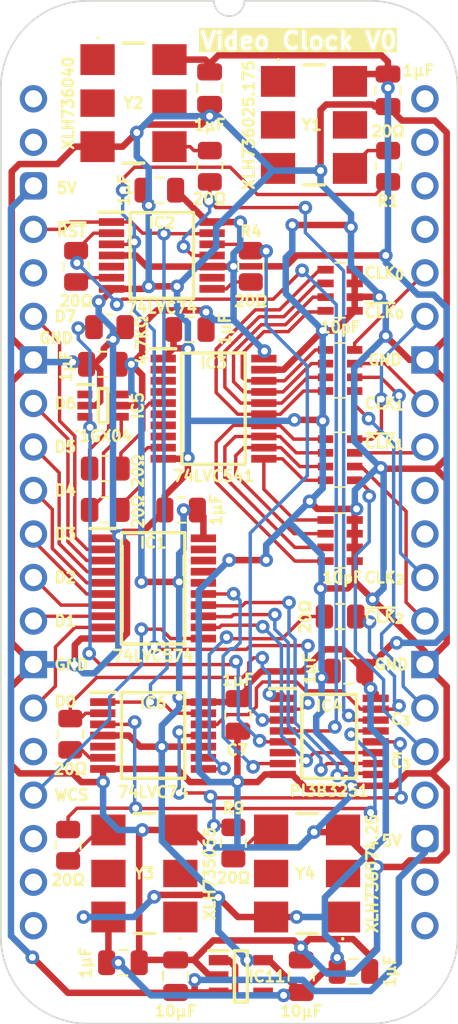
<source format=kicad_pcb>
(kicad_pcb (version 20241229) (generator "pcbnew") (generator_version "9.0")
  (title_block (title "Video Clock") (date "2025-01-16") (rev "V0"))
  (layers (0 "F.Cu" signal) (2 "B.Cu" signal) (13 "F.Paste" user) (15 "B.Paste" user) (5 "F.SilkS" user "F.Silkscreen") (7 "B.SilkS" user "B.Silkscreen") (1 "F.Mask" user) (3 "B.Mask" user) (25 "Edge.Cuts" user))
  (net 0 "")
  (net 1 "/3.3V")
  (net 2 "GND")
  (net 3 "5V")
  (net 4 "D7")
  (net 5 "D4")
  (net 6 "D3")
  (net 7 "D5")
  (net 8 "Write Clock Select")
  (net 9 "D1")
  (net 10 "D0")
  (net 11 "D6")
  (net 12 "D2")
  (net 13 "Net-(IC3-Y7)")
  (net 14 "Net-(IC3-Y6)")
  (net 15 "Net-(IC3-Y5)")
  (net 16 "Net-(IC3-Y4)")
  (net 17 "Net-(IC3-Y3)")
  (net 18 "Net-(IC3-Y2)")
  (net 19 "Net-(IC3-Y1)")
  (net 20 "Net-(IC3-Y0)")
  (net 22 "~{Reset}")
  (net 23 "/~{OE}")
  (net 24 "/S2")
  (net 25 "/S1")
  (net 26 "/S0")
  (net 27 "/12.588MHz")
  (net 28 "/25.175MHz")
  (net 30 "Net-(IC2-~{1Q})")
  (net 31 "Net-(IC2-~{2Q})")
  (net 33 "/40MHZ")
  (net 34 "/20MHZ")
  (net 35 "/Pixel CLK")
  (net 36 "/~{Pixel CLK}")
  (net 37 "/32.5MHz")
  (net 38 "/Pixel CLK _{IN}")
  (net 40 "/74.25MHz")
  (net 41 "/65MHZ")
  (net 42 "/37.125MHz")
  (net 44 "Net-(IC5-~{Y})")
  (net 45 "Net-(IC5-Y)")
  (net 47 "Net-(IC6-~{1Q})")
  (net 48 "Net-(IC6-~{2Q})")
  (net 62 "Net-(Y1-OUT)")
  (net 63 "Net-(Y2-OUT)")
  (net 64 "Net-(Y3-OUT)")
  (net 65 "Net-(Y4-OUT)")
  (net 66 "Pixel CLK_{1}")
  (net 67 "Pixel CLK_{2}")
  (net 68 "~{Pixel CLK}_{3}")
  (net 69 "~{Pixel CLK}_{0}")
  (net 70 "~{Pixel CLK}_{2}")
  (net 71 "Pixel CLK_{0}")
  (net 72 "Pixel CLK_{3}")
  (net 73 "~{Pixel CLK}_{1}")
  (footprint "SamacSys_Parts:C_0805" (layer "F.Cu") (at 8.636 24.003 90)
    (property "Reference" "C4" (hide yes))
    (property "Value" "1μF")
  )
  (footprint "SamacSys_Parts:C_0805" (layer "F.Cu") (at 11.938 35.941 180)
    (property "Reference" "C7")
    (property "Value" "1μF")
  )
  (footprint "SamacSys_Parts:C_0805" (layer "F.Cu") (at 15.6372 51.2216)
    (property "Reference" "C10" (hide yes))
    (property "Value" "10μF")
  )
  (footprint "SamacSys_Parts:XLH736074250000I" (layer "F.Cu") (at 5.842 0.254 -90)
    (property "Reference" "Y2")
    (property "Value" "XLH735040.000000I" (hide yes))
  )
  (footprint "SamacSys_Parts:R_0805" (layer "F.Cu") (at 17.907 30.226 -90)
    (property "Reference" "R10" (hide yes))
    (property "Value" "20Ω")
  )
  (footprint "SamacSys_Parts:SOT95P285X130-5N" (layer "F.Cu") (at 12.1112 51.2216)
    (property "Reference" "IC11")
    (property "Value" "AP7365-33WG-7" (hide yes))
  )
  (footprint "SamacSys_Parts:CAY16-F4" (layer "F.Cu") (at 17.907 15.875 180)
    (property "Reference" "RN2" (hide yes))
    (property "Value" "CAY16-200J4LF" (hide yes))
  )
  (footprint "SamacSys_Parts:XLH735065000000X" (layer "F.Cu") (at 6.477 45.212 90)
    (property "Reference" "Y3")
    (property "Value" "XLH735065.000000X" (hide yes))
  )
  (footprint "SamacSys_Parts:SOP65P640X110-20N" (layer "F.Cu") (at 6.985 28.575)
    (property "Reference" "IC1")
    (property "Value" "74LVC574APW,118" (hide yes))
  )
  (footprint "SamacSys_Parts:C_0805" (layer "F.Cu") (at 5.207 50.419 -90)
    (property "Reference" "C5" (hide yes))
    (property "Value" "1μF")
  )
  (footprint "SamacSys_Parts:R_0805" (layer "F.Cu") (at 2.159 37.084)
    (property "Reference" "R8" (hide yes))
    (property "Value" "20Ω")
  )
  (footprint "SamacSys_Parts:R_0805" (layer "F.Cu") (at 20.701 3.937 180)
    (property "Reference" "R1")
    (property "Value" "20Ω")
  )
  (footprint "SamacSys_Parts:SOP64P599X175-16N" (layer "F.Cu") (at 17.272 37.211)
    (property "Reference" "IC4")
    (property "Value" "PI3B3251QE" (hide yes))
  )
  (footprint "SamacSys_Parts:CA0612KRX7R9BB100" (layer "F.Cu") (at 17.907 25.781)
    (property "Reference" "CN1" (hide yes))
    (property "Value" "CA0612KRX7R9BB100" (hide yes))
  )
  (footprint "SamacSys_Parts:R_0805" (layer "F.Cu") (at 11.684 43.434)
    (property "Reference" "R9")
    (property "Value" "20Ω")
  )
  (footprint "SamacSys_Parts:C_0805" (layer "F.Cu") (at 4.064 15.494 90)
    (property "Reference" "C11" (hide yes))
    (property "Value" "1μF")
  )
  (footprint "SamacSys_Parts:CAY16-F4" (layer "F.Cu") (at 17.907 21.082 180)
    (property "Reference" "RN1" (hide yes))
    (property "Value" "CAY16-200J4LF" (hide yes))
  )
  (footprint "SamacSys_Parts:R_0805" (layer "F.Cu") (at 10.287 3.937 180)
    (property "Reference" "R3" (hide yes))
    (property "Value" "20Ω")
  )
  (footprint "SamacSys_Parts:C_0805" (layer "F.Cu") (at 9.144 13.462 90)
    (property "Reference" "C1" (hide yes))
    (property "Value" "1μF")
  )
  (footprint "SamacSys_Parts:R_0805" (layer "F.Cu") (at 12.7 9.779)
    (property "Reference" "R4")
    (property "Value" "20Ω")
  )
  (footprint "SamacSys_Parts:XLH736074250000I" (layer "F.Cu") (at 16.383 1.524 -90)
    (property "Reference" "Y1")
    (property "Value" "XLH736025.175000I" (hide yes))
  )
  (footprint "SamacSys_Parts:XLH736074250000I" (layer "F.Cu") (at 15.976604 45.212 90)
    (property "Reference" "Y4")
    (property "Value" "XLH736074.250000I" (hide yes))
  )
  (footprint "SamacSys_Parts:R_0805" (layer "F.Cu") (at 2.032 43.561)
    (property "Reference" "R7" (hide yes))
    (property "Value" "20Ω")
  )
  (footprint "SamacSys_Parts:C_0805" (layer "F.Cu") (at 10.287 -0.635 180)
    (property "Reference" "C2" (hide yes))
    (property "Value" "1μF")
  )
  (footprint "SamacSys_Parts:R_0805" (layer "F.Cu") (at 4.445 13.335 -90)
    (property "Reference" "R11" (hide yes))
    (property "Value" "4.7KΩ")
  )
  (footprint "SamacSys_Parts:R_0805" (layer "F.Cu") (at 4.191 21.59 -90)
    (property "Reference" "R5" (hide yes))
    (property "Value" "20Ω")
  )
  (footprint "SamacSys_Parts:C_0805" (layer "F.Cu") (at 20.701 -0.508 180)
    (property "Reference" "C3" (hide yes))
    (property "Value" "1μF")
  )
  (footprint "SamacSys_Parts:R_0805" (layer "F.Cu") (at 4.191 24.003 -90)
    (property "Reference" "R6" (hide yes))
    (property "Value" "20Ω")
  )
  (footprint "SamacSys_Parts:DIP-40_Board_W22.86mm" (layer "F.Cu") (at 0 0)
    (property "Reference" "J4" (hide yes))
    (property "Value" "Conn_02x20_Counter_Clockwise")
    (fp_line (start -1.905 -0.635) (end -1.905 48.895) (stroke (width 0.1)) (layer "Edge.Cuts"))
    (fp_line (start 10.541 -5.715) (end 3.175 -5.715) (stroke (width 0.1)) (layer "Edge.Cuts"))
    (fp_line (start 19.685 -5.715) (end 12.319 -5.715) (stroke (width 0.1)) (layer "Edge.Cuts"))
    (fp_line (start 19.685 53.975) (end 3.175 53.975) (stroke (width 0.1)) (layer "Edge.Cuts"))
    (fp_line (start 24.765 48.895) (end 24.765 -0.635) (stroke (width 0.1)) (layer "Edge.Cuts"))
    (fp_arc (start -1.905 -0.635) (mid -0.417102 -4.227102) (end 3.175 -5.715) (stroke (width 0.1)) (layer "Edge.Cuts"))
    (fp_arc (start 3.175 53.975) (mid -0.417102 52.487102) (end -1.905 48.895) (stroke (width 0.1)) (layer "Edge.Cuts"))
    (fp_arc (start 12.319 -5.715) (mid 11.43 -4.826) (end 10.541 -5.715) (stroke (width 0.1)) (layer "Edge.Cuts"))
    (fp_arc (start 19.685 -5.715) (mid 23.277102 -4.227102) (end 24.765 -0.635) (stroke (width 0.1)) (layer "Edge.Cuts"))
    (fp_arc (start 24.765 48.895) (mid 23.277102 52.487102) (end 19.685 53.975) (stroke (width 0.1)) (layer "Edge.Cuts"))
  )
  (footprint "SamacSys_Parts:SOP65P640X110-20N" (layer "F.Cu") (at 10.5156 18.0848)
    (property "Reference" "IC3")
    (property "Value" "74LVC541APW,118" (hide yes))
  )
  (footprint "SamacSys_Parts:C_0805" (layer "F.Cu") (at 8.3012 51.2216)
    (property "Reference" "C9" (hide yes))
    (property "Value" "10μF")
  )
  (footprint "SamacSys_Parts:C_0805" (layer "F.Cu") (at 18.415 33.401 90)
    (property "Reference" "C8" (hide yes))
    (property "Value" "1μF")
  )
  (footprint "SamacSys_Parts:C_0805" (layer "F.Cu") (at 18.669 50.927 -90)
    (property "Reference" "C6" (hide yes))
    (property "Value" "1μF")
  )
  (footprint "SamacSys_Parts:SOP65P210X110-6N" (layer "F.Cu") (at 4.064 17.907)
    (property "Reference" "IC5")
    (property "Value" "74LVC1GX04GW,125" (hide yes))
  )
  (footprint "SamacSys_Parts:SOP65P640X110-14N" (layer "F.Cu") (at 6.985 37.1602)
    (property "Reference" "IC6")
    (property "Value" "74LVC74APW,118" (hide yes))
  )
  (footprint "SamacSys_Parts:R_0805" (layer "F.Cu") (at 2.4992 9.779)
    (property "Reference" "R2" (hide yes))
    (property "Value" "20Ω")
  )
  (footprint "SamacSys_Parts:C_0805" (layer "F.Cu") (at 7.366 5.334 90)
    (property "Reference" "C12" (hide yes))
    (property "Value" "1μF")
  )
  (footprint "SamacSys_Parts:SOP65P640X110-14N" (layer "F.Cu") (at 7.493 9.144)
    (property "Reference" "IC2")
    (property "Value" "74LVC74APW,118" (hide yes))
  )
  (footprint "SamacSys_Parts:CA0612KRX7R9BB100" (layer "F.Cu") (at 17.907 11.176)
    (property "Reference" "CN2" (hide yes))
    (property "Value" "CA0612KRX7R9BB100" (hide yes))
  )
  (footprint "SamacSys_Parts:PinHeader_1x20_P2.54mm_Vertical" (layer "B.Cu") (at 22.86 0 180)
    (property "Reference" "J2" (hide yes))
    (property "Value" "Pin_Header_01x20" (hide yes))
  )
  (footprint "SamacSys_Parts:PinHeader_1x20_P2.54mm_Vertical" (layer "B.Cu") (at 0 0 180)
    (property "Reference" "J1" (hide yes))
    (property "Value" "Pin_Header_01x20" (hide yes))
  )
  (gr_text "D2" (at 1.143 27.94 0) (layer "F.SilkS") (effects (font (size 0.635 0.635)) (justify left)))
  (gr_text "D4" (at 1.143 22.86 0) (layer "F.SilkS") (effects (font (size 0.635 0.635)) (justify left)))
  (gr_text "CLK_{1}" (at 21.717 17.78 0) (layer "F.SilkS") (effects (font (size 0.635 0.635)) (justify right)))
  (gr_text "CLK_{0}" (at 21.717 10.16 0) (layer "F.SilkS") (effects (font (size 0.635 0.635)) (justify right)))
  (gr_text "GND" (at 0.254 13.97 0) (layer "F.SilkS") (effects (font (size 0.635 0.635)) (justify left)))
  (gr_text "D0" (at 1.143 35.179 0) (layer "F.SilkS") (effects (font (size 0.635 0.635)) (justify left)))
  (gr_text "~{C}_{3}" (at 22.098 38.735 0) (layer "F.SilkS") (effects (font (size 0.635 0.635)) (justify right)))
  (gr_text "GND" (at 21.971 33.02 0) (layer "F.SilkS") (effects (font (size 0.635 0.635)) (justify right)))
  (gr_text "~{CLK}_{0}" (at 21.717 12.446 0) (layer "F.SilkS") (effects (font (size 0.635 0.635)) (justify right)))
  (gr_text "D3" (at 1.143 25.4 0) (layer "F.SilkS") (effects (font (size 0.635 0.635)) (justify left)))
  (gr_text "D7" (at 1.143 12.7 0) (layer "F.SilkS") (effects (font (size 0.635 0.635)) (justify left)))
  (gr_text "5V" (at 1.27 5.207 0) (layer "F.SilkS") (effects (font (size 0.635 0.635)) (justify left)))
  (gr_text "~{RST}" (at 1.27 7.747 0) (layer "F.SilkS") (effects (font (size 0.635 0.635)) (justify left)))
  (gr_text "Video Clock V0" (at 15.494 -2.794 0) (layer "F.SilkS" knockout) (effects (font (size 1 1) (thickness 0.2) (bold yes)) (justify bottom)))
  (gr_text "C_{3}" (at 22.098 36.195 0) (layer "F.SilkS") (effects (font (size 0.635 0.635)) (justify right)))
  (gr_text "D1" (at 1.143 30.48 0) (layer "F.SilkS") (effects (font (size 0.635 0.635)) (justify left)))
  (gr_text "D5" (at 1.143 20.32 0) (layer "F.SilkS") (effects (font (size 0.635 0.635)) (justify left)))
  (gr_text "D6" (at 1.143 17.78 0) (layer "F.SilkS") (effects (font (size 0.635 0.635)) (justify left)))
  (gr_text "WCS" (at 1.143 40.64 0) (layer "F.SilkS") (effects (font (size 0.635 0.635)) (justify left)))
  (gr_text "~{CLK}_{2}" (at 21.717 30.226 0) (layer "F.SilkS") (effects (font (size 0.635 0.635)) (justify right)))
  (gr_text "~{CLK}_{1}" (at 21.717 20.066 0) (layer "F.SilkS") (effects (font (size 0.635 0.635)) (justify right)))
  (gr_text "GND" (at 21.59 15.24 0) (layer "F.SilkS") (effects (font (size 0.635 0.635)) (justify right)))
  (gr_text "5V" (at 21.59 43.307 0) (layer "F.SilkS") (effects (font (size 0.635 0.635)) (justify right)))
  (gr_text "GND" (at 1.143 33.02 0) (layer "F.SilkS") (effects (font (size 0.635 0.635)) (justify left)))
  (gr_text "CLK_{2}" (at 21.717 27.94 0) (layer "F.SilkS") (effects (font (size 0.635 0.635)) (justify right)))
  (segment (start 8.787708 35.2102) (end 8.509004 34.931496) (width 0.38) (layer "F.Cu") (net 1))
  (segment (start 6.35 14.859) (end 5.715 15.494) (width 0.38) (layer "F.Cu") (net 1))
  (segment (start 10.078 12.446) (end 9.979 12.347) (width 0.38) (layer "F.Cu") (net 1))
  (segment (start 6.35 13.208) (end 6.35 14.859) (width 0.38) (layer "F.Cu") (net 1))
  (segment (start 7.158014 46.462) (end 10.648002 46.462) (width 0.38) (layer "F.Cu") (net 1))
  (segment (start 19.349 34.081) (end 19.349 33.401) (width 0.38) (layer "F.Cu") (net 1))
  (segment (start 17.735 50.119996) (end 17.734993 50.119989) (width 0.38) (layer "F.Cu") (net 1))
  (segment (start 12.499849 34.216849) (end 13.297699 33.419) (width 0.38) (layer "F.Cu") (net 1))
  (segment (start 10.431 9.794) (end 11.669 9.794) (width 0.38) (layer "F.Cu") (net 1))
  (segment (start 9.923 35.2102) (end 8.787708 35.2102) (width 0.38) (layer "F.Cu") (net 1))
  (segment (start 12.499849 34.445151) (end 12.499849 34.216849) (width 0.38) (layer "F.Cu") (net 1))
  (segment (start 19.984 34.989) (end 19.984 34.716) (width 0.38) (layer "F.Cu") (net 1))
  (segment (start 7.211 12.347) (end 6.35 13.208) (width 0.38) (layer "F.Cu") (net 1))
  (segment (start 10.16 7.194) (end 8.3 5.334) (width 0.38) (layer "F.Cu") (net 1))
  (segment (start 10.795 -2.54) (end 10.287 -2.032) (width 0.38) (layer "F.Cu") (net 1))
  (segment (start 15.71527 33.419) (end 17.00327 32.131) (width 0.38) (layer "F.Cu") (net 1))
  (segment (start 9.979 12.347) (end 7.211 12.347) (width 0.38) (layer "F.Cu") (net 1))
  (segment (start 15.6372 52.1556) (end 14.7734 52.1556) (width 0.38) (layer "F.Cu") (net 1))
  (segment (start 7.942 -2.286) (end 10.033 -2.286) (width 0.38) (layer "F.Cu") (net 1))
  (segment (start 12.481859 50.2716) (end 12.477998 50.275461) (width 0.38) (layer "F.Cu") (net 1))
  (segment (start 13.4112 50.2716) (end 12.9744 50.2716) (width 0.38) (layer "F.Cu") (net 1))
  (segment (start 5.126 17.907) (end 5.9435 17.907) (width 0.38) (layer "F.Cu") (net 1))
  (segment (start 16.973 50.927) (end 17.735 50.927) (width 0.38) (layer "F.Cu") (net 1))
  (segment (start 15.367 47.752) (end 13.876604 47.752) (width 0.38) (layer "F.Cu") (net 1))
  (segment (start 8.509004 28.194) (end 6.301 28.194) (width 0.38) (layer "F.Cu") (net 1))
  (segment (start 11.7348 35.2102) (end 9.923 35.2102) (width 0.38) (layer "F.Cu") (net 1))
  (segment (start 17.735 50.927) (end 17.735 50.119996) (width 0.38) (layer "F.Cu") (net 1))
  (segment (start 9.923 25.65) (end 9.923 24.356) (width 0.38) (layer "F.Cu") (net 1))
  (segment (start 15.367004 9.143996) (end 14.732 9.779) (width 0.38) (layer "F.Cu") (net 1))
  (segment (start 13.297699 33.419) (end 15.71527 33.419) (width 0.38) (layer "F.Cu") (net 1))
  (segment (start 20.701 -1.442) (end 20.701 -2.159) (width 0.38) (layer "F.Cu") (net 1))
  (segment (start 10.033 -2.286) (end 10.287 -2.032) (width 0.38) (layer "F.Cu") (net 1))
  (segment (start 11.669 9.794) (end 11.684 9.779) (width 0.38) (layer "F.Cu") (net 1))
  (segment (start 6.619 9.794) (end 10.431 9.794) (width 0.38) (layer "F.Cu") (net 1))
  (segment (start 13.4536 15.1598) (end 13.4536 14.760409) (width 0.38) (layer "F.Cu") (net 1))
  (segment (start 20.701 -1.442) (end 20.701 -0.6415) (width 0.38) (layer "F.Cu") (net 1))
  (segment (start 11.938 35.007) (end 12.499849 34.445151) (width 0.38) (layer "F.Cu") (net 1))
  (segment (start 9.923 24.356) (end 9.57 24.003) (width 0.38) (layer "F.Cu") (net 1))
  (segment (start 13.4536 14.760409) (end 13.489564 14.724445) (width 0.38) (layer "F.Cu") (net 1))
  (segment (start 13.876604 47.752) (end 11.938002 47.752) (width 0.38) (layer "F.Cu") (net 1))
  (segment (start 4.273 50.419) (end 4.953 50.419) (width 0.38) (layer "F.Cu") (net 1))
  (segment (start 21 31.75) (end 21.209 31.75) (width 0.38) (layer "F.Cu") (net 1))
  (segment (start 6.35 16.129) (end 5.715 15.494) (width 0.38) (layer "F.Cu") (net 1))
  (segment (start 10.648002 46.462) (end 10.795001 46.608999) (width 0.38) (layer "F.Cu") (net 1))
  (segment (start 19.984 34.716) (end 19.685 34.417) (width 0.38) (layer "F.Cu") (net 1))
  (segment (start 5.576229 37.1602) (end 6.226229 37.8102) (width 0.38) (layer "F.Cu") (net 1))
  (segment (start 8.7695 24.003) (end 9.57 24.003) (width 0.38) (layer "F.Cu") (net 1))
  (segment (start 4.998 15.494) (end 5.715 15.494) (width 0.38) (layer "F.Cu") (net 1))
  (segment (start 9.923 37.8102) (end 7.493004 37.8102) (width 0.38) (layer "F.Cu") (net 1))
  (segment (start 10.431 7.194) (end 12.065 7.194) (width 0.38) (layer "F.Cu") (net 1))
  (segment (start 20.574 9.143996) (end 15.367004 9.143996) (width 0.38) (layer "F.Cu") (net 1))
  (segment (start 5.9435 17.907) (end 6.35 17.5005) (width 0.38) (layer "F.Cu") (net 1))
  (segment (start 13.7532 50.2716) (end 12.9744 50.2716) (width 0.38) (layer "F.Cu") (net 1))
  (segment (start 6.226229 37.8102) (end 7.493004 37.8102) (width 0.38) (layer "F.Cu") (net 1))
  (segment (start 19.685 34.417) (end 19.349 34.081) (width 0.38) (layer "F.Cu") (net 1))
  (segment (start 4.555 9.144) (end 5.969 9.144) (width 0.38) (layer "F.Cu") (net 1))
  (segment (start 14.7734 52.1556) (end 14.605 52.324) (width 0.38) (layer "F.Cu") (net 1))
  (segment (start 4.047 37.1602) (end 5.576229 37.1602) (width 0.38) (layer "F.Cu") (net 1))
  (segment (start 10.078 13.462) (end 10.078 12.446) (width 0.38) (layer "F.Cu") (net 1))
  (segment (start 2.921 47.752) (end 4.377 47.752) (width 0.38) (layer "F.Cu") (net 1))
  (segment (start 19.349 33.401) (end 21 31.75) (width 0.38) (layer "F.Cu") (net 1))
  (segment (start 18.079 32.131) (end 19.349 33.401) (width 0.38) (layer "F.Cu") (net 1))
  (segment (start 15.6372 52.1556) (end 13.7532 50.2716) (width 0.38) (layer "F.Cu") (net 1))
  (segment (start 17.00327 32.131) (end 18.079 32.131) (width 0.38) (layer "F.Cu") (net 1))
  (segment (start 6.35 17.5005) (end 6.35 16.129) (width 0.38) (layer "F.Cu") (net 1))
  (segment (start 20.32 -2.54) (end 10.795 -2.54) (width 0.38) (layer "F.Cu") (net 1))
  (segment (start 11.938002 47.752) (end 10.795001 46.608999) (width 0.38) (layer "F.Cu") (net 1))
  (segment (start 20.701 -1.442) (end 18.909 -1.442) (width 0.38) (layer "F.Cu") (net 1))
  (segment (start 12.9744 50.2716) (end 12.481859 50.2716) (width 0.38) (layer "F.Cu") (net 1))
  (segment (start 4.377 47.752) (end 4.377 50.315) (width 0.38) (layer "F.Cu") (net 1))
  (segment (start 10.287 -2.032) (end 10.287 -1.569) (width 0.38) (layer "F.Cu") (net 1))
  (segment (start 20.701 -2.159) (end 20.32 -2.54) (width 0.38) (layer "F.Cu") (net 1))
  (segment (start 7.045674 46.57434) (end 7.158014 46.462) (width 0.38) (layer "F.Cu") (net 1))
  (segment (start 14.732 9.779) (end 11.684 9.779) (width 0.38) (layer "F.Cu") (net 1))
  (segment (start 15.7444 52.1556) (end 16.973 50.927) (width 0.38) (layer "F.Cu") (net 1))
  (segment (start 12.065 7.194) (end 12.074617 7.203617) (width 0.38) (layer "F.Cu") (net 1))
  (segment (start 5.969 9.144) (end 6.619 9.794) (width 0.38) (layer "F.Cu") (net 1))
  (via (at 13.489564 14.724445) (size 0.8) (drill 0.4) (layers "F.Cu" "B.Cu") (net 1))
  (via (at 11.684 9.779) (size 0.8) (drill 0.4) (layers "F.Cu" "B.Cu") (net 1))
  (via (at 8.509004 28.194) (size 0.8) (drill 0.4) (layers "F.Cu" "B.Cu") (net 1))
  (via (at 14.605 52.324) (size 0.8) (drill 0.4) (layers "F.Cu" "B.Cu") (net 1))
  (via (at 12.477998 50.275461) (size 0.8) (drill 0.4) (layers "F.Cu" "B.Cu") (net 1))
  (via (at 20.574 9.143996) (size 0.8) (drill 0.4) (layers "F.Cu" "B.Cu") (net 1))
  (via (at 21.209 31.75) (size 0.8) (drill 0.4) (layers "F.Cu" "B.Cu") (net 1))
  (via (at 4.953 50.419) (size 0.8) (drill 0.4) (layers "F.Cu" "B.Cu") (net 1))
  (via (at 20.701 -0.6415) (size 0.8) (drill 0.4) (layers "F.Cu" "B.Cu") (net 1))
  (via (at 10.795001 46.608999) (size 0.8) (drill 0.4) (layers "F.Cu" "B.Cu") (net 1))
  (via (at 12.074617 7.203617) (size 0.8) (drill 0.4) (layers "F.Cu" "B.Cu") (net 1))
  (via (at 15.367 47.752) (size 0.8) (drill 0.4) (layers "F.Cu" "B.Cu") (net 1))
  (via (at 17.734993 50.119989) (size 0.8) (drill 0.4) (layers "F.Cu" "B.Cu") (net 1))
  (via (at 10.078 12.446) (size 0.8) (drill 0.4) (layers "F.Cu" "B.Cu") (net 1))
  (via (at 2.921 47.752) (size 0.8) (drill 0.4) (layers "F.Cu" "B.Cu") (net 1))
  (via (at 6.301 28.194) (size 0.8) (drill 0.4) (layers "F.Cu" "B.Cu") (net 1))
  (via (at 7.045674 46.57434) (size 0.8) (drill 0.4) (layers "F.Cu" "B.Cu") (net 1))
  (via (at 8.509004 34.931496) (size 0.8) (drill 0.4) (layers "F.Cu" "B.Cu") (net 1))
  (via (at 5.715 15.494) (size 0.8) (drill 0.4) (layers "F.Cu" "B.Cu") (net 1))
  (via (at 7.493004 37.8102) (size 0.8) (drill 0.4) (layers "F.Cu" "B.Cu") (net 1))
  (via (at 8.7695 24.003) (size 0.8) (drill 0.4) (layers "F.Cu" "B.Cu") (net 1))
  (via (at 19.685 34.417) (size 0.8) (drill 0.4) (layers "F.Cu" "B.Cu") (net 1))
  (segment (start 20.574 43.053) (end 17.018 46.609) (width 0.38) (layer "B.Cu") (net 1))
  (segment (start 17.018 46.609) (end 17.018 47.752) (width 0.38) (layer "B.Cu") (net 1))
  (segment (start 24.13 31.115) (end 23.495 31.75) (width 0.38) (layer "B.Cu") (net 1))
  (segment (start 5.868014 47.752) (end 2.921 47.752) (width 0.38) (layer "B.Cu") (net 1))
  (segment (start 14.605 52.324) (end 6.858 52.324) (width 0.38) (layer "B.Cu") (net 1))
  (segment (start 11.684 12.918881) (end 11.684 9.779) (width 0.38) (layer "B.Cu") (net 1))
  (segment (start 11.684 12.918881) (end 10.550881 12.918881) (width 0.38) (layer "B.Cu") (net 1))
  (segment (start 10.550881 12.918881) (end 10.078 12.446) (width 0.38) (layer "B.Cu") (net 1))
  (segment (start 15.367 47.752) (end 17.018 47.752) (width 0.38) (layer "B.Cu") (net 1))
  (segment (start 12.477998 50.275461) (end 10.795001 48.592464) (width 0.38) (layer "B.Cu") (net 1))
  (segment (start 12.074617 8.636) (end 12.074617 7.203617) (width 0.38) (layer "B.Cu") (net 1))
  (segment (start 7.493004 43.307002) (end 7.493004 37.8102) (width 0.38) (layer "B.Cu") (net 1))
  (segment (start 11.684 9.779) (end 11.684 9.026617) (width 0.38) (layer "B.Cu") (net 1))
  (segment (start 8.509004 26.549496) (end 8.7695 26.289) (width 0.38) (layer "B.Cu") (net 1))
  (segment (start 10.795001 46.608999) (end 7.493004 43.307002) (width 0.38) (layer "B.Cu") (net 1))
  (segment (start 22.447085 11.43) (end 23.368 11.43) (width 0.38) (layer "B.Cu") (net 1))
  (segment (start 8.509004 35.559996) (end 8.509004 34.931496) (width 0.38) (layer "B.Cu") (net 1))
  (segment (start 20.574 9.556915) (end 22.447085 11.43) (width 0.38) (layer "B.Cu") (net 1))
  (segment (start 20.701 -0.6415) (end 20.701 9.016996) (width 0.38) (layer "B.Cu") (net 1))
  (segment (start 23.368 11.43) (end 24.13 12.192) (width 0.38) (layer "B.Cu") (net 1))
  (segment (start 19.685 36.703) (end 20.574 37.592) (width 0.38) (layer "B.Cu") (net 1))
  (segment (start 11.684 9.026617) (end 12.074617 8.636) (width 0.38) (layer "B.Cu") (net 1))
  (segment (start 6.301 17.731) (end 5.715 17.145) (width 0.38) (layer "B.Cu") (net 1))
  (segment (start 7.493004 37.8102) (end 7.493004 36.575996) (width 0.38) (layer "B.Cu") (net 1))
  (segment (start 24.13 12.192) (end 24.13 31.115) (width 0.38) (layer "B.Cu") (net 1))
  (segment (start 8.7695 24.003) (end 8.7695 26.289) (width 0.38) (layer "B.Cu") (net 1))
  (segment (start 17.018 47.752) (end 17.018 48.768) (width 0.38) (layer "B.Cu") (net 1))
  (segment (start 8.509004 28.194) (end 8.509004 34.931496) (width 0.38) (layer "B.Cu") (net 1))
  (segment (start 17.734993 49.484993) (end 17.734993 50.119989) (width 0.38) (layer "B.Cu") (net 1))
  (segment (start 7.045674 46.57434) (end 5.868014 47.752) (width 0.38) (layer "B.Cu") (net 1))
  (segment (start 6.301 28.194) (end 6.301 17.731) (width 0.38) (layer "B.Cu") (net 1))
  (segment (start 5.715 17.145) (end 5.715 15.494) (width 0.38) (layer "B.Cu") (net 1))
  (segment (start 20.574 37.592) (end 20.574 43.053) (width 0.38) (layer "B.Cu") (net 1))
  (segment (start 13.489564 14.724445) (end 11.684 12.918881) (width 0.38) (layer "B.Cu") (net 1))
  (segment (start 19.685 34.417) (end 19.685 36.703) (width 0.38) (layer "B.Cu") (net 1))
  (segment (start 17.018 48.768) (end 17.734993 49.484993) (width 0.38) (layer "B.Cu") (net 1))
  (segment (start 6.858 52.324) (end 4.953 50.419) (width 0.38) (layer "B.Cu") (net 1))
  (segment (start 20.701 9.016996) (end 20.574 9.143996) (width 0.38) (layer "B.Cu") (net 1))
  (segment (start 23.495 31.75) (end 21.209 31.75) (width 0.38) (layer "B.Cu") (net 1))
  (segment (start 20.574 9.143996) (end 20.574 9.556915) (width 0.38) (layer "B.Cu") (net 1))
  (segment (start 8.509004 28.194) (end 8.509004 26.549496) (width 0.38) (layer "B.Cu") (net 1))
  (segment (start 10.795001 48.592464) (end 10.795001 46.608999) (width 0.38) (layer "B.Cu") (net 1))
  (segment (start 7.493004 36.575996) (end 8.509004 35.559996) (width 0.38) (layer "B.Cu") (net 1))
  (segment (start 16.834482 18.739492) (end 15.24 18.739492) (width 0.38) (layer "F.Cu") (net 2))
  (segment (start 16.109 49.042) (end 18.669 49.042) (width 0.38) (layer "F.Cu") (net 2))
  (segment (start 5.005637 25.517237) (end 5.249874 25.273) (width 0.38) (layer "F.Cu") (net 2))
  (segment (start 16.764 0.663) (end 16.764 4.191) (width 0.38) (layer "F.Cu") (net 2))
  (segment (start 8.9622 21.0098) (end 7.5776 21.0098) (width 0.38) (layer "F.Cu") (net 2))
  (segment (start 15.6372 49.5462) (end 15.621 49.53) (width 0.38) (layer "F.Cu") (net 2))
  (segment (start 6.731 10.946) (end 8.385 10.946) (width 0.38) (layer "F.Cu") (net 2))
  (segment (start 8.971409 14.5594) (end 9.017001 14.604992) (width 0.38) (layer "F.Cu") (net 2))
  (segment (start 5.461 25.9726) (end 5.461 31.2035) (width 0.38) (layer "F.Cu") (net 2))
  (segment (start 13.081 39.878) (end 11.938 39.878) (width 0.38) (layer "F.Cu") (net 2))
  (segment (start 2.413 31.874771) (end 2.787771 31.5) (width 0.38) (layer "F.Cu") (net 2))
  (segment (start 14.56 39.433) (end 13.526 39.433) (width 0.38) (layer "F.Cu") (net 2))
  (segment (start 3.556 15.494) (end 3.098 15.494) (width 0.38) (layer "F.Cu") (net 2))
  (segment (start 5.005637 25.517237) (end 4.872874 25.65) (width 0.38) (layer "F.Cu") (net 2))
  (segment (start 24.13 31.75) (end 24.13 22.225) (width 0.38) (layer "F.Cu") (net 2))
  (segment (start 19.635 50.008) (end 20.066 49.577) (width 0.38) (layer "F.Cu") (net 2))
  (segment (start 3.6445 17.907) (end 3.8985 17.653) (width 0.38) (layer "F.Cu") (net 2))
  (segment (start 4.108 14.942) (end 4.108 14.574492) (width 0.38) (layer "F.Cu") (net 2))
  (segment (start 11.43 26.924) (end 13.588996 26.924) (width 0.38) (layer "F.Cu") (net 2))
  (segment (start 2.794 39.878) (end 4.064 39.878) (width 0.38) (layer "F.Cu") (net 2))
  (segment (start 24.13 34.29) (end 24.13 38.512915) (width 0.38) (layer "F.Cu") (net 2))
  (segment (start 9.799 1.504) (end 6.496996 1.504) (width 0.38) (layer "F.Cu") (net 2))
  (segment (start 5.206996 2.794) (end 6.032497 1.968499) (width 0.38) (layer "F.Cu") (net 2))
  (segment (start 21.8045 39.37) (end 21.0795 40.095) (width 0.38) (layer "F.Cu") (net 2))
  (segment (start 19.812 0.334) (end 17.093 0.334) (width 0.38) (layer "F.Cu") (net 2))
  (segment (start 4.872874 25.65) (end 4.047 25.65) (width 0.38) (layer "F.Cu") (net 2))
  (segment (start 10.4962 49.121) (end 15.212 49.121) (width 0.38) (layer "F.Cu") (net 2))
  (segment (start 24.13 38.512915) (end 23.272915 39.37) (width 0.38) (layer "F.Cu") (net 2))
  (segment (start 2.413 33.02) (end 2.413 31.874771) (width 0.38) (layer "F.Cu") (net 2))
  (segment (start 7.67 24.003) (end 7.67 23.171412) (width 0.38) (layer "F.Cu") (net 2))
  (segment (start 11.91 39.85) (end 11.91 36.935) (width 0.38) (layer "F.Cu") (net 2))
  (segment (start 21.0795 40.095) (end 18.542 40.095) (width 0.38) (layer "F.Cu") (net 2))
  (segment (start 18.757 10.776) (end 18.757 11.576) (width 0.38) (layer "F.Cu") (net 2))
  (segment (start 9.017 20.955) (end 8.9622 21.0098) (width 0.38) (layer "F.Cu") (net 2))
  (segment (start 19.799934 29.209992) (end 19.799934 29.21) (width 0.38) (layer "F.Cu") (net 2))
  (segment (start 15.1075 39.433) (end 15.9635 40.289) (width 0.38) (layer "F.Cu") (net 2))
  (segment (start -1.315 34.335) (end -1.315 38.862) (width 0.38) (layer "F.Cu") (net 2))
  (segment (start 10.8112 51.2216) (end 10.3276 51.2216) (width 0.38) (layer "F.Cu") (net 2))
  (segment (start 20.066 49.577) (end 20.066 44.831) (width 0.38) (layer "F.Cu") (net 2))
  (segment (start 18.757 26.981) (end 18.757 26.181) (width 0.38) (layer "F.Cu") (net 2))
  (segment (start 6.173 50.419) (end 6.173 42.849) (width 0.38) (layer "F.Cu") (net 2))
  (segment (start 24.13 22.225) (end 23.495 21.59) (width 0.38) (layer "F.Cu") (net 2))
  (segment (start 5.249874 25.273) (end 6.4 25.273) (width 0.38) (layer "F.Cu") (net 2))
  (segment (start 8.577 42.672) (end 6.35 42.672) (width 0.38) (layer "F.Cu") (net 2))
  (segment (start 21.971 15.24) (end 20.574 13.843) (width 0.38) (layer "F.Cu") (net 2))
  (segment (start -1.315 38.862) (end -0.807 39.37) (width 0.38) (layer "F.Cu") (net 2))
  (segment (start 9.271 42.672) (end 10.287 43.688) (width 0.38) (layer "F.Cu") (net 2))
  (segment (start 5.005637 25.517237) (end 5.461 25.9726) (width 0.38) (layer "F.Cu") (net 2))
  (segment (start 6.583 11.094) (end 6.731 10.946) (width 0.38) (layer "F.Cu") (net 2))
  (segment (start 8.3762 39.1102) (end 4.047 39.1102) (width 0.38) (layer "F.Cu") (net 2))
  (segment (start 0 15.24) (end -1.27 13.97) (width 0.38) (layer "F.Cu") (net 2))
  (segment (start -1.27 16.51) (end -1.27 31.75) (width 0.38) (layer "F.Cu") (net 2))
  (segment (start 3.556 15.494) (end 4.108 14.942) (width 0.38) (layer "F.Cu") (net 2))
  (segment (start 20.193 11.557) (end 18.776 11.557) (width 0.38) (layer "F.Cu") (net 2))
  (segment (start 11.938 39.878) (end 11.91 39.85) (width 0.38) (layer "F.Cu") (net 2))
  (segment (start 22.86 15.24) (end 24.13 13.97) (width 0.38) (layer "F.Cu") (net 2))
  (segment (start 24.13 1.967085) (end 23.432915 1.27) (width 0.38) (layer "F.Cu") (net 2))
  (segment (start 13.526 39.433) (end 13.081 39.878) (width 0.38) (layer "F.Cu") (net 2))
  (segment (start 19.799948 29.21) (end 19.799934 29.21) (width 0.38) (layer "F.Cu") (net 2))
  (segment (start 24.13 13.97) (end 24.13 1.967085) (width 0.38) (layer "F.Cu") (net 2))
  (segment (start 3.8985 17.653) (end 3.8985 15.8365) (width 0.38) (layer "F.Cu") (net 2))
  (segment (start 2.413 2.794) (end 3.742 2.794) (width 0.38) (layer "F.Cu") (net 2))
  (segment (start 23.272915 39.37) (end 24.13 40.227085) (width 0.38) (layer "F.Cu") (net 2))
  (segment (start 7.67 23.171412) (end 9.017 21.824412) (width 0.38) (layer "F.Cu") (net 2))
  (segment (start 18.757 12.376) (end 17.610475 13.522525) (width 0.38) (layer "F.Cu") (net 2))
  (segment (start 17.093 0.334) (end 16.764 0.663) (width 0.38) (layer "F.Cu") (net 2))
  (segment (start 3.002 17.907) (end 3.6445 17.907) (width 0.38) (layer "F.Cu") (net 2))
  (segment (start -0.831615 3.81) (end 1.397 3.81) (width 0.38) (layer "F.Cu") (net 2))
  (segment (start 11.91 39.85) (end 11.882 39.878) (width 0.38) (layer "F.Cu") (net 2))
  (segment (start 20.701 0.458) (end 19.936 0.458) (width 0.38) (layer "F.Cu") (net 2))
  (segment (start 5.3575 13.325) (end 4.644508 14.037992) (width 0.38) (layer "F.Cu") (net 2))
  (segment (start 8.178 14.5594) (end 8.971409 14.5594) (width 0.38) (layer "F.Cu") (net 2))
  (segment (start 16.383 42.799) (end 17.949604 42.799) (width 0.38) (layer "F.Cu") (net 2))
  (segment (start 16.129 23.495) (end 16.567466 23.933466) (width 0.38) (layer "F.Cu") (net 2))
  (segment (start 18.757 25.381) (end 18.757 24.581) (width 0.38) (layer "F.Cu") (net 2))
  (segment (start 11.882 39.878) (end 9.144 39.878) (width 0.38) (layer "F.Cu") (net 2))
  (segment (start 21.513 1.27) (end 20.701 0.458) (width 0.38) (layer "F.Cu") (net 2))
  (segment (start 1.397 3.81) (end 2.413 2.794) (width 0.38) (layer "F.Cu") (net 2))
  (segment (start 18.757 28.167058) (end 19.799934 29.209992) (width 0.38) (layer "F.Cu") (net 2))
  (segment (start 18.757 24.042183) (end 18.865717 23.933466) (width 0.38) (layer "F.Cu") (net 2))
  (segment (start 8.178 14.5594) (end 8.178 13.462) (width 0.38) (layer "F.Cu") (net 2))
  (segment (start 10.3276 51.2216) (end 9.3616 50.2556) (width 0.38) (layer "F.Cu") (net 2))
  (segment (start 20.332 21.59) (end 23.495 21.59) (width 0.38) (layer "F.Cu") (net 2))
  (segment (start 9.017 21.824412) (end 9.017 20.955) (width 0.38) (layer "F.Cu") (net 2))
  (segment (start 15.212 49.121) (end 15.621 49.53) (width 0.38) (layer "F.Cu") (net 2))
  (segment (start 22.86 33.02) (end 22.86 32.270052) (width 0.38) (layer "F.Cu") (net 2))
  (segment (start 23.495 21.59) (end 24.13 20.955) (width 0.38) (layer "F.Cu") (net 2))
  (segment (start -1.27 31.75) (end 0 33.02) (width 0.38) (layer "F.Cu") (net 2))
  (segment (start 24.13 43.948115) (end 23.628115 44.45) (width 0.38) (layer "F.Cu") (net 2))
  (segment (start 4.064 39.878) (end 4.064 39.1272) (width 0.38) (layer "F.Cu") (net 2))
  (segment (start 7.5776 15.1598) (end 8.178 14.5594) (width 0.38) (layer "F.Cu") (net 2))
  (segment (start 4.644508 14.037992) (end 4.6445 14.037992) (width 0.38) (layer "F.Cu") (net 2))
  (segment (start 0 15.24) (end -1.27 16.51) (width 0.38) (layer "F.Cu") (net 2))
  (segment (start 9.144 39.878) (end 8.3762 39.1102) (width 0.38) (layer "F.Cu") (net 2))
  (segment (start 20.282583 21.540583) (end 20.332 21.59) (width 0.38) (layer "F.Cu") (net 2))
  (segment (start 16.764 4.191) (end 14.41 4.191) (width 0.38) (layer "F.Cu") (net 2))
  (segment (start 2.286 39.37) (end 2.794 39.878) (width 0.38) (layer "F.Cu") (net 2))
  (segment (start 13.4536 15.8098) (end 14.603721 15.8098) (width 0.38) (layer "F.Cu") (net 2))
  (segment (start 6.4 25.273) (end 7.67 24.003) (width 0.38) (layer "F.Cu") (net 2))
  (segment (start 18.757 28.167058) (end 18.757 26.981) (width 0.38) (layer "F.Cu") (net 2))
  (segment (start 22.86 33.02) (end 24.13 34.29) (width 0.38) (layer "F.Cu") (net 2))
  (segment (start 17.610475 13.522525) (end 16.890996 13.522525) (width 0.38) (layer "F.Cu") (net 2))
  (segment (start 9.3616 50.2556) (end 10.4962 49.121) (width 0.38) (layer "F.Cu") (net 2))
  (segment (start -0.807 39.37) (end 2.286 39.37) (width 0.38) (layer "F.Cu") (net 2))
  (segment (start 15.9635 40.289) (end 18.348 40.289) (width 0.38) (layer "F.Cu") (net 2))
  (segment (start 15.621 49.53) (end 16.109 49.042) (width 0.38) (layer "F.Cu") (net 2))
  (segment (start 3.8985 15.8365) (end 3.556 15.494) (width 0.38) (layer "F.Cu") (net 2))
  (segment (start 5.461 31.2035) (end 5.1645 31.5) (width 0.38) (layer "F.Cu") (net 2))
  (segment (start 15.113 7.366) (end 18.415 7.366) (width 0.38) (layer "F.Cu") (net 2))
  (segment (start 24.13 40.227085) (end 24.13 43.948115) (width 0.38) (layer "F.Cu") (net 2))
  (segment (start 23.432915 1.27) (end 21.513 1.27) (width 0.38) (layer "F.Cu") (net 2))
  (segment (start 19.936 0.458) (end 19.812 0.334) (width 0.38) (layer "F.Cu") (net 2))
  (segment (start -1.27 13.97) (end -1.27 4.248385) (width 0.38) (layer "F.Cu") (net 2))
  (segment (start 2.413 15.494) (end 2.286 15.367) (width 0.38) (layer "F.Cu") (net 2))
  (segment (start 17.207 33.401) (end 16.826 33.782) (width 0.38) (layer "F.Cu") (net 2))
  (segment (start 3.908766 11.839234) (end 3.809766 11.839234) (width 0.38) (layer "F.Cu") (net 2))
  (segment (start 0 33.02) (end -1.315 34.335) (width 0.38) (layer "F.Cu") (net 2))
  (segment (start 6.4 5.892002) (end 6.730998 6.223) (width 0.38) (layer "F.Cu") (net 2))
  (segment (start 16.567466 23.933466) (end 18.865717 23.933466) (width 0.38) (layer "F.Cu") (net 2))
  (segment (start 8.3012 50.2556) (end 6.3364 50.2556) (width 0.38) (layer "F.Cu") (net 2))
  (segment (start 16.89099 18.796) (end 16.834482 18.739492) (width 0.38) (layer "F.Cu") (net 2))
  (segment (start 15.6372 50.2556) (end 15.6372 49.5462) (width 0.38) (layer "F.Cu") (net 2))
  (segment (start 19.635 50.927) (end 19.635 50.008) (width 0.38) (layer "F.Cu") (net 2))
  (segment (start 18.348 40.289) (end 18.542 40.095) (width 0.38) (layer "F.Cu") (net 2))
  (segment (start 3.098 15.494) (end 2.413 15.494) (width 0.38) (layer "F.Cu") (net 2))
  (segment (start 24.13 31.75) (end 22.86 33.02) (width 0.38) (layer "F.Cu") (net 2))
  (segment (start 18.757 9.976) (end 18.757 10.776) (width 0.38) (layer "F.Cu") (net 2))
  (segment (start 9.3616 50.2556) (end 8.3012 50.2556) (width 0.38) (layer "F.Cu") (net 2))
  (segment (start 4.555 11.094) (end 6.583 11.094) (width 0.38) (layer "F.Cu") (net 2))
  (segment (start 3.742 2.794) (end 5.206996 2.794) (width 0.38) (layer "F.Cu") (net 2))
  (segment (start 4.108 14.574492) (end 4.6445 14.037992) (width 0.38) (layer "F.Cu") (net 2))
  (segment (start 23.628115 44.45) (end 21.971 44.45) (width 0.38) (layer "F.Cu") (net 2))
  (segment (start 6.4 5.334) (end 6.4 5.892002) (width 0.38) (layer "F.Cu") (net 2))
  (segment (start 24.13 16.51) (end 24.13 20.955) (width 0.38) (layer "F.Cu") (net 2))
  (segment (start 14.603721 15.8098) (end 16.890996 13.522525) (width 0.38) (layer "F.Cu") (net 2))
  (segment (start -1.27 4.248385) (end -0.831615 3.81) (width 0.38) (layer "F.Cu") (net 2))
  (segment (start 4.555 11.193) (end 3.908766 11.839234) (width 0.38) (layer "F.Cu") (net 2))
  (segment (start 18.757 11.576) (end 18.757 12.376) (width 0.38) (layer "F.Cu") (net 2))
  (segment (start 10.287 0.331) (end 10.287 1.016) (width 0.38) (layer "F.Cu") (net 2))
  (segment (start 23.114 39.37) (end 23.272915 39.37) (width 0.38) (layer "F.Cu") (net 2))
  (segment (start 18.076604 42.841604) (end 20.066 44.831) (width 0.38) (layer "F.Cu") (net 2))
  (segment (start 5.1645 31.5) (end 4.047 31.5) (width 0.38) (layer "F.Cu") (net 2))
  (segment (start 21.59 44.831) (end 21.971 44.45) (width 0.38) (layer "F.Cu") (net 2))
  (segment (start 18.415 7.366) (end 18.542 7.493) (width 0.38) (layer "F.Cu") (net 2))
  (segment (start 18.349058 28.575) (end 18.757 28.167058) (width 0.38) (layer "F.Cu") (net 2))
  (segment (start 6.173 42.849) (end 6.35 42.672) (width 0.38) (layer "F.Cu") (net 2))
  (segment (start 22.86 15.24) (end 24.13 16.51) (width 0.38) (layer "F.Cu") (net 2))
  (segment (start 18.757 26.181) (end 18.757 25.381) (width 0.38) (layer "F.Cu") (net 2))
  (segment (start 20.066 44.831) (end 21.59 44.831) (width 0.38) (layer "F.Cu") (net 2))
  (segment (start 6.496996 1.504) (end 6.032497 1.968499) (width 0.38) (layer "F.Cu") (net 2))
  (segment (start 22.86 32.270052) (end 19.799948 29.21) (width 0.38) (layer "F.Cu") (net 2))
  (segment (start 2.787771 31.5) (end 4.047 31.5) (width 0.38) (layer "F.Cu") (net 2))
  (segment (start 16.764 28.575) (end 18.349058 28.575) (width 0.38) (layer "F.Cu") (net 2))
  (segment (start 10.287 1.016) (end 9.799 1.504) (width 0.38) (layer "F.Cu") (net 2))
  (segment (start 22.86 15.24) (end 21.971 15.24) (width 0.38) (layer "F.Cu") (net 2))
  (segment (start 19.635 50.008) (end 18.669 49.042) (width 0.38) (layer "F.Cu") (net 2))
  (segment (start 4.555 11.094) (end 4.555 11.193) (width 0.38) (layer "F.Cu") (net 2))
  (segment (start 18.757 24.581) (end 18.757 24.042183) (width 0.38) (layer "F.Cu") (net 2))
  (segment (start 23.114 39.37) (end 21.8045 39.37) (width 0.38) (layer "F.Cu") (net 2))
  (via (at 6.730998 6.223) (size 0.8) (drill 0.4) (layers "F.Cu" "B.Cu") (net 2))
  (via (at 4.6445 14.037992) (size 0.8) (drill 0.4) (layers "F.Cu" "B.Cu") (net 2))
  (via (at 19.799934 29.21) (size 0.8) (drill 0.4) (layers "F.Cu" "B.Cu") (net 2))
  (via (at 15.621 49.53) (size 0.8) (drill 0.4) (layers "F.Cu" "B.Cu") (net 2))
  (via (at 11.91 39.85) (size 0.8) (drill 0.4) (layers "F.Cu" "B.Cu") (net 2))
  (via (at 18.542 40.095) (size 0.8) (drill 0.4) (layers "F.Cu" "B.Cu") (net 2))
  (via (at 2.413 33.02) (size 0.8) (drill 0.4) (layers "F.Cu" "B.Cu") (net 2))
  (via (at 16.383 42.799) (size 0.8) (drill 0.4) (layers "F.Cu" "B.Cu") (net 2))
  (via (at 20.193 11.557) (size 0.8) (drill 0.4) (layers "F.Cu" "B.Cu") (net 2))
  (via (at 9.017001 14.604992) (size 0.8) (drill 0.4) (layers "F.Cu" "B.Cu") (net 2))
  (via (at 16.129 23.495) (size 0.8) (drill 0.4) (layers "F.Cu" "B.Cu") (net 2))
  (via (at 16.764 4.191) (size 0.8) (drill 0.4) (layers "F.Cu" "B.Cu") (net 2))
  (via (at 15.24 18.739492) (size 0.8) (drill 0.4) (layers "F.Cu" "B.Cu") (net 2))
  (via (at 20.066 44.831) (size 0.8) (drill 0.4) (layers "F.Cu" "B.Cu") (net 2))
  (via (at 16.890996 13.522525) (size 0.8) (drill 0.4) (layers "F.Cu" "B.Cu") (net 2))
  (via (at 6.032497 1.968499) (size 0.8) (drill 0.4) (layers "F.Cu" "B.Cu") (net 2))
  (via (at 6.731 10.946) (size 0.8) (drill 0.4) (layers "F.Cu" "B.Cu") (net 2))
  (via (at 18.865717 23.933466) (size 0.8) (drill 0.4) (layers "F.Cu" "B.Cu") (net 2))
  (via (at 16.89099 18.796) (size 0.8) (drill 0.4) (layers "F.Cu" "B.Cu") (net 2))
  (via (at 2.286 15.367) (size 0.8) (drill 0.4) (layers "F.Cu" "B.Cu") (net 2))
  (via (at 18.542 7.493) (size 0.8) (drill 0.4) (layers "F.Cu" "B.Cu") (net 2))
  (via (at 5.005637 25.517237) (size 0.8) (drill 0.4) (layers "F.Cu" "B.Cu") (net 2))
  (via (at 3.809766 11.839234) (size 0.8) (drill 0.4) (layers "F.Cu" "B.Cu") (net 2))
  (via (at 16.826 33.782) (size 0.8) (drill 0.4) (layers "F.Cu" "B.Cu") (net 2))
  (via (at 16.764 28.575) (size 0.8) (drill 0.4) (layers "F.Cu" "B.Cu") (net 2))
  (via (at 15.113 7.366) (size 0.8) (drill 0.4) (layers "F.Cu" "B.Cu") (net 2))
  (via (at 10.287 1.016) (size 0.8) (drill 0.4) (layers "F.Cu" "B.Cu") (net 2))
  (via (at 13.588996 26.924) (size 0.8) (drill 0.4) (layers "F.Cu" "B.Cu") (net 2))
  (via (at 6.35 42.672) (size 0.8) (drill 0.4) (layers "F.Cu" "B.Cu") (net 2))
  (via (at 20.574 13.843) (size 0.8) (drill 0.4) (layers "F.Cu" "B.Cu") (net 2))
  (via (at 4.064 39.878) (size 0.8) (drill 0.4) (layers "F.Cu" "B.Cu") (net 2))
  (via (at 8.385 10.946) (size 0.8) (drill 0.4) (layers "F.Cu" "B.Cu") (net 2))
  (via (at 11.43 26.924) (size 0.8) (drill 0.4) (layers "F.Cu" "B.Cu") (net 2))
  (via (at 20.282583 21.540583) (size 0.8) (drill 0.4) (layers "F.Cu" "B.Cu") (net 2))
  (via (at 10.287 43.688) (size 0.8) (drill 0.4) (layers "F.Cu" "B.Cu") (net 2))
  (via (at 9.017 20.955) (size 0.8) (drill 0.4) (layers "F.Cu" "B.Cu") (net 2))
  (segment (start 18.767 22.841883) (end 18.767 23.834749) (width 0.38) (layer "B.Cu") (net 2))
  (segment (start 20.066 49.657) (end 18.669 51.054) (width 0.38) (layer "B.Cu") (net 2))
  (segment (start 16.891012 18.795978) (end 16.891012 13.522541) (width 0.38) (layer "B.Cu") (net 2))
  (segment (start 20.066 44.831) (end 20.066 49.657) (width 0.38) (layer "B.Cu") (net 2))
  (segment (start 20.574 13.843) (end 18.73 15.687) (width 0.38) (layer "B.Cu") (net 2))
  (segment (start 18.73 19.988) (end 20.282583 21.540583) (width 0.38) (layer "B.Cu") (net 2))
  (segment (start 9.017001 14.604992) (end 9.017001 18.796) (width 0.38) (layer "B.Cu") (net 2))
  (segment (start 9.017001 20.954999) (end 9.017 20.955) (width 0.38) (layer "B.Cu") (net 2))
  (segment (start 20.574 11.938) (end 20.193 11.557) (width 0.38) (layer "B.Cu") (net 2))
  (segment (start 3.809766 12.572766) (end 4.6445 13.4075) (width 0.38) (layer "B.Cu") (net 2))
  (segment (start 4.6445 25.1561) (end 4.6445 14.037992) (width 0.38) (layer "B.Cu") (net 2))
  (segment (start 6.984996 1.016) (end 6.032497 1.968499) (width 0.38) (layer "B.Cu") (net 2))
  (segment (start 14.9225 24.7015) (end 16.129 23.495) (width 0.38) (layer "B.Cu") (net 2))
  (segment (start 16.826 28.513) (end 16.764 28.575) (width 0.38) (layer "B.Cu") (net 2))
  (segment (start 9.652 28.702) (end 11.43 26.924) (width 0.38) (layer "B.Cu") (net 2))
  (segment (start 18.542 40.095) (end 18.542 40.64) (width 0.38) (layer "B.Cu") (net 2))
  (segment (start 11.91 39.85) (end 11.882 39.878) (width 0.38) (layer "B.Cu") (net 2))
  (segment (start 6.730998 6.223) (end 6.730998 4.063998) (width 0.38) (layer "B.Cu") (net 2))
  (segment (start 4.953 25.569874) (end 4.953 32.131) (width 0.38) (layer "B.Cu") (net 2))
  (segment (start 18.542 40.64) (end 16.383 42.799) (width 0.38) (layer "B.Cu") (net 2))
  (segment (start 15.113 8.89) (end 14.732 9.271) (width 0.38) (layer "B.Cu") (net 2))
  (segment (start 16.51 36.068) (end 16.51 36.957) (width 0.38) (layer "B.Cu") (net 2))
  (segment (start 16.764 4.953) (end 16.764 4.191) (width 0.38) (layer "B.Cu") (net 2))
  (segment (start 11.91 39.85) (end 11.91 43.688) (width 0.38) (layer "B.Cu") (net 2))
  (segment (start 20.574 13.843) (end 20.574 11.938) (width 0.38) (layer "B.Cu") (net 2))
  (segment (start 13.97 4.191) (end 10.795 1.016) (width 0.38) (layer "B.Cu") (net 2))
  (segment (start 17.145 51.054) (end 15.621 49.53) (width 0.38) (layer "B.Cu") (net 2))
  (segment (start 20.282583 21.540583) (end 20.0683 21.540583) (width 0.38) (layer "B.Cu") (net 2))
  (segment (start 15.113 7.366) (end 15.113 8.89) (width 0.38) (layer "B.Cu") (net 2))
  (segment (start 16.826 35.752) (end 16.51 36.068) (width 0.38) (layer "B.Cu") (net 2))
  (segment (start 18.542 7.493) (end 18.542 6.731) (width 0.38) (layer "B.Cu") (net 2))
  (segment (start 4.064 41.783) (end 4.953 42.672) (width 0.38) (layer "B.Cu") (net 2))
  (segment (start 11.882 39.878) (end 10.287 39.878) (width 0.38) (layer "B.Cu") (net 2))
  (segment (start 16.826 33.782) (end 16.826 35.752) (width 0.38) (layer "B.Cu") (net 2))
  (segment (start 20.282583 21.540583) (end 20.447 21.705) (width 0.38) (layer "B.Cu") (net 2))
  (segment (start 11.91 43.688) (end 15.494 43.688) (width 0.38) (layer "B.Cu") (net 2))
  (segment (start 6.730998 4.063998) (end 6.032497 3.365497) (width 0.38) (layer "B.Cu") (net 2))
  (segment (start 3.556 33.528) (end 2.921 33.528) (width 0.38) (layer "B.Cu") (net 2))
  (segment (start 16.826 28.637) (end 16.826 33.782) (width 0.38) (layer "B.Cu") (net 2))
  (segment (start 10.287 43.688) (end 11.91 43.688) (width 0.38) (layer "B.Cu") (net 2))
  (segment (start 20.447 28.562934) (end 19.799934 29.21) (width 0.38) (layer "B.Cu") (net 2))
  (segment (start 9.017001 13.081001) (end 9.017001 14.604992) (width 0.38) (layer "B.Cu") (net 2))
  (segment (start 9.652 39.243) (end 9.652 28.702) (width 0.38) (layer "B.Cu") (net 2))
  (segment (start 16.891012 13.522541) (end 16.890996 13.522525) (width 0.38) (layer "B.Cu") (net 2))
  (segment (start 18.73 15.687) (end 18.73 19.988) (width 0.38) (layer "B.Cu") (net 2))
  (segment (start 10.668 7.493) (end 10.668 8.663) (width 0.38) (layer "B.Cu") (net 2))
  (segment (start 6.35 42.672) (end 4.953 42.672) (width 0.38) (layer "B.Cu") (net 2))
  (segment (start 8.385 10.946) (end 8.385 12.449) (width 0.38) (layer "B.Cu") (net 2))
  (segment (start 16.89099 18.796) (end 16.891012 18.795978) (width 0.38) (layer "B.Cu") (net 2))
  (segment (start 5.005637 25.517237) (end 4.6445 25.1561) (width 0.38) (layer "B.Cu") (net 2))
  (segment (start 20.193 11.43) (end 18.923 10.16) (width 0.38) (layer "B.Cu") (net 2))
  (segment (start 15.24 18.739492) (end 15.183492 18.796) (width 0.38) (layer "B.Cu") (net 2))
  (segment (start 16.89099 22.73301) (end 16.89099 18.796) (width 0.38) (layer "B.Cu") (net 2))
  (segment (start 16.764 28.575) (end 16.826 28.637) (width 0.38) (layer "B.Cu") (net 2))
  (segment (start 20.447 21.705) (end 20.447 28.562934) (width 0.38) (layer "B.Cu") (net 2))
  (segment (start 6.731 6.223002) (end 6.731 10.946) (width 0.38) (layer "B.Cu") (net 2))
  (segment (start 16.826 26.605) (end 16.826 28.513) (width 0.38) (layer "B.Cu") (net 2))
  (segment (start 16.51 36.957) (end 18.542 38.989) (width 0.38) (layer "B.Cu") (net 2))
  (segment (start 14.732 9.271) (end 14.732 11.363529) (width 0.38) (layer "B.Cu") (net 2))
  (segment (start 4.953 32.131) (end 3.556 33.528) (width 0.38) (layer "B.Cu") (net 2))
  (segment (start 5.005637 25.517237) (end 4.953 25.569874) (width 0.38) (layer "B.Cu") (net 2))
  (segment (start 18.669 51.054) (end 17.145 51.054) (width 0.38) (layer "B.Cu") (net 2))
  (segment (start 20.193 11.557) (end 20.193 11.43) (width 0.38) (layer "B.Cu") (net 2))
  (segment (start 13.588996 26.035004) (end 13.588996 26.924) (width 0.38) (layer "B.Cu") (net 2))
  (segment (start 13.97 4.191) (end 16.764 4.191) (width 0.38) (layer "B.Cu") (net 2))
  (segment (start 3.809766 11.839234) (end 3.809766 12.572766) (width 0.38) (layer "B.Cu") (net 2))
  (segment (start 18.767 23.834749) (end 18.865717 23.933466) (width 0.38) (layer "B.Cu") (net 2))
  (segment (start 14.732 11.363529) (end 16.890996 13.522525) (width 0.38) (layer "B.Cu") (net 2))
  (segment (start 10.287 39.878) (end 9.652 39.243) (width 0.38) (layer "B.Cu") (net 2))
  (segment (start 4.6445 13.4075) (end 4.6445 14.037992) (width 0.38) (layer "B.Cu") (net 2))
  (segment (start 18.542 9.779) (end 18.542 7.493) (width 0.38) (layer "B.Cu") (net 2))
  (segment (start 10.795 1.016) (end 6.984996 1.016) (width 0.38) (layer "B.Cu") (net 2))
  (segment (start 2.921 33.528) (end 2.413 33.02) (width 0.38) (layer "B.Cu") (net 2))
  (segment (start 15.183492 18.796) (end 9.017001 18.796) (width 0.38) (layer "B.Cu") (net 2))
  (segment (start 18.542 6.731) (end 16.764 4.953) (width 0.38) (layer "B.Cu") (net 2))
  (segment (start 14.9225 24.7015) (end 13.588996 26.035004) (width 0.38) (layer "B.Cu") (net 2))
  (segment (start 13.97 4.191) (end 10.668 7.493) (width 0.38) (layer "B.Cu") (net 2))
  (segment (start 18.542 38.989) (end 18.542 40.095) (width 0.38) (layer "B.Cu") (net 2))
  (segment (start 10.668 8.663) (end 8.385 10.946) (width 0.38) (layer "B.Cu") (net 2))
  (segment (start 9.017001 18.796) (end 9.017001 20.954999) (width 0.38) (layer "B.Cu") (net 2))
  (segment (start 15.494 43.688) (end 16.383 42.799) (width 0.38) (layer "B.Cu") (net 2))
  (segment (start 20.0683 21.540583) (end 18.767 22.841883) (width 0.38) (layer "B.Cu") (net 2))
  (segment (start 2.286 15.367) (end 0.127 15.367) (width 0.38) (layer "B.Cu") (net 2))
  (segment (start 14.9225 24.7015) (end 16.826 26.605) (width 0.38) (layer "B.Cu") (net 2))
  (segment (start 16.129 23.495) (end 16.89099 22.73301) (width 0.38) (layer "B.Cu") (net 2))
  (segment (start 6.032497 3.365497) (end 6.032497 1.968499) (width 0.38) (layer "B.Cu") (net 2))
  (segment (start 4.064 41.783) (end 4.064 39.878) (width 0.38) (layer "B.Cu") (net 2))
  (segment (start 2.413 33.02) (end 0 33.02) (width 0.38) (layer "B.Cu") (net 2))
  (segment (start 6.730998 6.223) (end 6.731 6.223002) (width 0.38) (layer "B.Cu") (net 2))
  (segment (start 8.385 12.449) (end 9.017001 13.081001) (width 0.38) (layer "B.Cu") (net 2))
  (segment (start 18.923 10.16) (end 18.542 9.779) (width 0.38) (layer "B.Cu") (net 2))
  (segment (start 11.4096 50.2716) (end 11.7762 50.6382) (width 0.38) (layer "F.Cu") (net 3))
  (segment (start 11.7662 52.1716) (end 10.8112 52.1716) (width 0.38) (layer "F.Cu") (net 3))
  (segment (start 9.410885 52.1556) (end 9.410885 51.422115) (width 0.38) (layer "F.Cu") (net 3))
  (segment (start 10.8112 50.2716) (end 11.4096 50.2716) (width 0.38) (layer "F.Cu") (net 3))
  (segment (start 2.011335 52.176341) (end -0.063491 50.101515) (width 0.38) (layer "F.Cu") (net 3))
  (segment (start 11.7762 52.1616) (end 11.7662 52.1716) (width 0.38) (layer "F.Cu") (net 3))
  (segment (start 8.3012 52.1556) (end 9.410885 52.1556) (width 0.38) (layer "F.Cu") (net 3))
  (segment (start 11.7762 50.6382) (end 11.7762 52.1616) (width 0.38) (layer "F.Cu") (net 3))
  (segment (start 8.280459 52.176341) (end 2.011335 52.176341) (width 0.38) (layer "F.Cu") (net 3))
  (segment (start 9.410885 52.1556) (end 10.7952 52.1556) (width 0.38) (layer "F.Cu") (net 3))
  (via (at -0.063491 50.101515) (size 0.8) (drill 0.4) (layers "F.Cu" "B.Cu") (net 3))
  (via (at 9.410885 51.422115) (size 0.8) (drill 0.4) (layers "F.Cu" "B.Cu") (net 3))
  (segment (start 19.685 52.07) (end 21.336 50.419) (width 0.38) (layer "B.Cu") (net 3))
  (segment (start -1.315 48.850006) (end -0.063491 50.101515) (width 0.38) (layer "B.Cu") (net 3))
  (segment (start 21.336 45.503998) (end 22.86 43.979999) (width 0.38) (layer "B.Cu") (net 3))
  (segment (start 15.735115 51.422115) (end 16.383 52.07) (width 0.38) (layer "B.Cu") (net 3))
  (segment (start 0 5.08) (end -1.315 6.395) (width 0.38) (layer "B.Cu") (net 3))
  (segment (start 22.86 43.979999) (end 22.86 43.18) (width 0.38) (layer "B.Cu") (net 3))
  (segment (start -1.315 6.395) (end -1.315 48.850006) (width 0.38) (layer "B.Cu") (net 3))
  (segment (start 9.410885 51.422115) (end 15.735115 51.422115) (width 0.38) (layer "B.Cu") (net 3))
  (segment (start 21.336 50.419) (end 21.336 45.503998) (width 0.38) (layer "B.Cu") (net 3))
  (segment (start 16.383 52.07) (end 19.685 52.07) (width 0.38) (layer "B.Cu") (net 3))
  (segment (start 1.524 14.224) (end 1.524 18.796) (width 0.2) (layer "F.Cu") (net 4))
  (segment (start 1.524 18.796) (end 2.413 19.685) (width 0.2) (layer "F.Cu") (net 4))
  (segment (start 3.1345 26.3) (end 4.047 26.3) (width 0.2) (layer "F.Cu") (net 4))
  (segment (start 2.413 19.685) (end 2.413 25.5785) (width 0.2) (layer "F.Cu") (net 4))
  (segment (start 2.413 25.5785) (end 3.1345 26.3) (width 0.2) (layer "F.Cu") (net 4))
  (segment (start 0 12.7) (end 1.524 14.224) (width 0.2) (layer "F.Cu") (net 4))
  (segment (start 3.1095 28.25) (end 1.1 26.2405) (width 0.2) (layer "F.Cu") (net 5))
  (segment (start 4.047 28.25) (end 3.1095 28.25) (width 0.2) (layer "F.Cu") (net 5))
  (segment (start 1.1 26.2405) (end 1.1 23.96) (width 0.2) (layer "F.Cu") (net 5))
  (segment (start 1.1 23.96) (end 0 22.86) (width 0.2) (layer "F.Cu") (net 5))
  (segment (start 3.1095 28.9) (end 0 25.7905) (width 0.2) (layer "F.Cu") (net 6))
  (segment (start 4.047 28.9) (end 3.1095 28.9) (width 0.2) (layer "F.Cu") (net 6))
  (segment (start 3.1345 27.6) (end 1.5 25.9655) (width 0.2) (layer "F.Cu") (net 7))
  (segment (start 4.047 27.6) (end 3.1345 27.6) (width 0.2) (layer "F.Cu") (net 7))
  (segment (start 1.5 25.9655) (end 1.5 21.82) (width 0.2) (layer "F.Cu") (net 7))
  (segment (start 1.5 21.82) (end 0 20.32) (width 0.2) (layer "F.Cu") (net 7))
  (segment (start 9.923 31.5) (end 8.005 31.5) (width 0.2) (layer "F.Cu") (net 8))
  (segment (start 8.005 31.5) (end 7.459995 30.954995) (width 0.2) (layer "F.Cu") (net 8))
  (segment (start 7.459995 30.954995) (end 6.301 30.954995) (width 0.2) (layer "F.Cu") (net 8))
  (via (at 6.301 30.954995) (size 0.8) (drill 0.4) (layers "F.Cu" "B.Cu") (net 8))
  (segment (start 6.301 33.069) (end 4.445 34.925) (width 0.2) (layer "B.Cu") (net 8))
  (segment (start 4.445 36.195) (end 0 40.64) (width 0.2) (layer "B.Cu") (net 8))
  (segment (start 4.445 34.925) (end 4.445 36.195) (width 0.2) (layer "B.Cu") (net 8))
  (segment (start 6.301 30.954995) (end 6.301 33.069) (width 0.2) (layer "B.Cu") (net 8))
  (segment (start 4.047 30.2) (end 0.28 30.2) (width 0.2) (layer "F.Cu") (net 9))
  (segment (start 1.282 34.278) (end 1.282 31.992) (width 0.2) (layer "F.Cu") (net 10))
  (segment (start 1.282 31.992) (end 2.424 30.85) (width 0.2) (layer "F.Cu") (net 10))
  (segment (start 2.424 30.85) (end 4.047 30.85) (width 0.2) (layer "F.Cu") (net 10))
  (segment (start 0 35.56) (end 1.282 34.278) (width 0.2) (layer "F.Cu") (net 10))
  (segment (start 0 17.837686) (end 2.013 19.850686) (width 0.2) (layer "F.Cu") (net 11))
  (segment (start 2.013 25.8535) (end 3.1095 26.95) (width 0.2) (layer "F.Cu") (net 11))
  (segment (start 2.013 19.850686) (end 2.013 25.8535) (width 0.2) (layer "F.Cu") (net 11))
  (segment (start 3.1095 26.95) (end 4.047 26.95) (width 0.2) (layer "F.Cu") (net 11))
  (segment (start 1.61 29.55) (end 4.047 29.55) (width 0.2) (layer "F.Cu") (net 12))
  (segment (start 0 27.94) (end 1.61 29.55) (width 0.2) (layer "F.Cu") (net 12))
  (segment (start 14.5328 21.0098) (end 15.7858 22.2628) (width 0.2) (layer "F.Cu") (net 13))
  (segment (start 15.7858 22.2628) (end 17.057 22.2628) (width 0.2) (layer "F.Cu") (net 13))
  (segment (start 13.4536 21.0098) (end 14.5328 21.0098) (width 0.2) (layer "F.Cu") (net 13))
  (segment (start 13.4536 22.7881) (end 15.2465 24.581) (width 0.2) (layer "F.Cu") (net 13))
  (segment (start 13.4536 21.0098) (end 13.4536 22.7881) (width 0.2) (layer "F.Cu") (net 13))
  (segment (start 15.2465 24.581) (end 17.057 24.581) (width 0.2) (layer "F.Cu") (net 13))
  (segment (start 17.057 21.4628) (end 15.551486 21.4628) (width 0.2) (layer "F.Cu") (net 14))
  (segment (start 11.811 21.971) (end 15.221 25.381) (width 0.2) (layer "F.Cu") (net 14))
  (segment (start 13.4536 20.3598) (end 12.2792 20.3598) (width 0.2) (layer "F.Cu") (net 14))
  (segment (start 15.551486 21.4628) (end 14.448486 20.3598) (width 0.2) (layer "F.Cu") (net 14))
  (segment (start 12.2792 20.3598) (end 11.811 20.828) (width 0.2) (layer "F.Cu") (net 14))
  (segment (start 15.221 25.381) (end 17.057 25.381) (width 0.2) (layer "F.Cu") (net 14))
  (segment (start 14.448486 20.3598) (end 13.4536 20.3598) (width 0.2) (layer "F.Cu") (net 14))
  (segment (start 11.811 20.828) (end 11.811 21.971) (width 0.2) (layer "F.Cu") (net 14))
  (segment (start 13.4536 19.7098) (end 14.3911 19.7098) (width 0.2) (layer "F.Cu") (net 15))
  (segment (start 11.176 22.098) (end 15.259 26.181) (width 0.2) (layer "F.Cu") (net 15))
  (segment (start 15.3441 20.6628) (end 17.057 20.6628) (width 0.2) (layer "F.Cu") (net 15))
  (segment (start 13.4536 19.7098) (end 11.7862 19.7098) (width 0.2) (layer "F.Cu") (net 15))
  (segment (start 11.7862 19.7098) (end 11.176 20.32) (width 0.2) (layer "F.Cu") (net 15))
  (segment (start 11.176 20.32) (end 11.176 22.098) (width 0.2) (layer "F.Cu") (net 15))
  (segment (start 14.3911 19.7098) (end 15.3441 20.6628) (width 0.2) (layer "F.Cu") (net 15))
  (segment (start 15.259 26.181) (end 17.057 26.181) (width 0.2) (layer "F.Cu") (net 15))
  (segment (start 11.6742 19.0598) (end 10.668 20.066) (width 0.2) (layer "F.Cu") (net 16))
  (segment (start 10.668 20.066) (end 10.668 22.380843) (width 0.2) (layer "F.Cu") (net 16))
  (segment (start 13.4536 19.0598) (end 11.6742 19.0598) (width 0.2) (layer "F.Cu") (net 16))
  (segment (start 15.1941 19.8628) (end 17.057 19.8628) (width 0.2) (layer "F.Cu") (net 16))
  (segment (start 10.668 22.380843) (end 15.268157 26.981) (width 0.2) (layer "F.Cu") (net 16))
  (segment (start 13.4536 19.0598) (end 14.3911 19.0598) (width 0.2) (layer "F.Cu") (net 16))
  (segment (start 15.268157 26.981) (end 17.057 26.981) (width 0.2) (layer "F.Cu") (net 16))
  (segment (start 14.3911 19.0598) (end 15.1941 19.8628) (width 0.2) (layer "F.Cu") (net 16))
  (segment (start 14.369867 12.319) (end 16.712867 9.976) (width 0.2) (layer "F.Cu") (net 17))
  (segment (start 13.4536 18.4098) (end 11.9328 18.4098) (width 0.2) (layer "F.Cu") (net 17))
  (segment (start 12.954 12.319) (end 14.369867 12.319) (width 0.2) (layer "F.Cu") (net 17))
  (segment (start 14.413886 18.4098) (end 13.4536 18.4098) (width 0.2) (layer "F.Cu") (net 17))
  (segment (start 10.668 14.605) (end 12.954 12.319) (width 0.2) (layer "F.Cu") (net 17))
  (segment (start 11.9328 18.4098) (end 10.668 17.145) (width 0.2) (layer "F.Cu") (net 17))
  (segment (start 17.057 17.0558) (end 15.767886 17.0558) (width 0.2) (layer "F.Cu") (net 17))
  (segment (start 15.767886 17.0558) (end 14.413886 18.4098) (width 0.2) (layer "F.Cu") (net 17))
  (segment (start 10.668 17.145) (end 10.668 14.605) (width 0.2) (layer "F.Cu") (net 17))
  (segment (start 13.189 12.719) (end 14.617636 12.719) (width 0.2) (layer "F.Cu") (net 18))
  (segment (start 17.057 16.2558) (end 16.0022 16.2558) (width 0.2) (layer "F.Cu") (net 18))
  (segment (start 16.560636 10.776) (end 17.057 10.776) (width 0.2) (layer "F.Cu") (net 18))
  (segment (start 13.4536 17.7598) (end 12.1083 17.7598) (width 0.2) (layer "F.Cu") (net 18))
  (segment (start 14.617636 12.719) (end 16.560636 10.776) (width 0.2) (layer "F.Cu") (net 18))
  (segment (start 11.176 14.732) (end 13.189 12.719) (width 0.2) (layer "F.Cu") (net 18))
  (segment (start 11.176 16.8275) (end 11.176 14.732) (width 0.2) (layer "F.Cu") (net 18))
  (segment (start 16.0022 16.2558) (end 14.4982 17.7598) (width 0.2) (layer "F.Cu") (net 18))
  (segment (start 14.4982 17.7598) (end 13.4536 17.7598) (width 0.2) (layer "F.Cu") (net 18))
  (segment (start 12.1083 17.7598) (end 11.176 16.8275) (width 0.2) (layer "F.Cu") (net 18))
  (segment (start 12.2838 17.1098) (end 11.684 16.51) (width 0.2) (layer "F.Cu") (net 19))
  (segment (start 14.713321 13.189) (end 16.326321 11.576) (width 0.2) (layer "F.Cu") (net 19))
  (segment (start 16.224886 15.4558) (end 14.570886 17.1098) (width 0.2) (layer "F.Cu") (net 19))
  (segment (start 13.296314 13.189) (end 14.713321 13.189) (width 0.2) (layer "F.Cu") (net 19))
  (segment (start 17.057 15.4558) (end 16.224886 15.4558) (width 0.2) (layer "F.Cu") (net 19))
  (segment (start 14.570886 17.1098) (end 13.4536 17.1098) (width 0.2) (layer "F.Cu") (net 19))
  (segment (start 11.684 16.51) (end 11.684 14.801314) (width 0.2) (layer "F.Cu") (net 19))
  (segment (start 13.4536 17.1098) (end 12.2838 17.1098) (width 0.2) (layer "F.Cu") (net 19))
  (segment (start 16.326321 11.576) (end 17.057 11.576) (width 0.2) (layer "F.Cu") (net 19))
  (segment (start 11.684 14.801314) (end 13.296314 13.189) (width 0.2) (layer "F.Cu") (net 19))
  (segment (start 14.879007 13.589) (end 16.027004 12.441003) (width 0.2) (layer "F.Cu") (net 20))
  (segment (start 12.192 14.859) (end 13.462 13.589) (width 0.2) (layer "F.Cu") (net 20))
  (segment (start 17.057 14.6558) (end 16.4592 14.6558) (width 0.2) (layer "F.Cu") (net 20))
  (segment (start 13.4536 16.4598) (end 12.3958 16.4598) (width 0.2) (layer "F.Cu") (net 20))
  (segment (start 12.3958 16.4598) (end 12.192 16.256) (width 0.2) (layer "F.Cu") (net 20))
  (segment (start 16.4592 14.6558) (end 14.6552 16.4598) (width 0.2) (layer "F.Cu") (net 20))
  (segment (start 16.027004 12.441003) (end 16.991997 12.441003) (width 0.2) (layer "F.Cu") (net 20))
  (segment (start 12.192 16.256) (end 12.192 14.859) (width 0.2) (layer "F.Cu") (net 20))
  (segment (start 13.462 13.589) (end 14.879007 13.589) (width 0.2) (layer "F.Cu") (net 20))
  (segment (start 14.6552 16.4598) (end 13.4536 16.4598) (width 0.2) (layer "F.Cu") (net 20))
  (segment (start 5.717768 7.194) (end 6.367768 7.844) (width 0.2) (layer "F.Cu") (net 22))
  (segment (start 6.367768 7.844) (end 7.59 7.844) (width 0.2) (layer "F.Cu") (net 22))
  (segment (start 8.1742 35.8602) (end 7.524197 35.210197) (width 0.2) (layer "F.Cu") (net 22))
  (segment (start 1.733 7.62) (end 2.159 7.194) (width 0.2) (layer "F.Cu") (net 22))
  (segment (start 7.59 7.844) (end 7.62 7.874) (width 0.2) (layer "F.Cu") (net 22))
  (segment (start 2.159 7.194) (end 4.555 7.194) (width 0.2) (layer "F.Cu") (net 22))
  (segment (start 6.833768 35.2102) (end 6.833771 35.210197) (width 0.2) (layer "F.Cu") (net 22))
  (segment (start 7.524197 35.210197) (end 6.833771 35.210197) (width 0.2) (layer "F.Cu") (net 22))
  (segment (start 4.555 7.194) (end 5.717768 7.194) (width 0.2) (layer "F.Cu") (net 22))
  (segment (start 9.923 35.8602) (end 8.1742 35.8602) (width 0.2) (layer "F.Cu") (net 22))
  (segment (start 4.047 35.2102) (end 6.833768 35.2102) (width 0.2) (layer "F.Cu") (net 22))
  (segment (start 0 7.62) (end 1.733 7.62) (width 0.2) (layer "F.Cu") (net 22))
  (segment (start 7.62 7.874) (end 10.401 7.874) (width 0.2) (layer "F.Cu") (net 22))
  (via (at 7.62 7.874) (size 0.8) (drill 0.4) (layers "F.Cu" "B.Cu") (net 22))
  (via (at 6.833771 35.210197) (size 0.8) (drill 0.4) (layers "F.Cu" "B.Cu") (net 22))
  (segment (start 6.833771 34.187229) (end 6.833771 35.210197) (width 0.2) (layer "B.Cu") (net 22))
  (segment (start 7.62 7.874) (end 7.62 31.512336) (width 0.2) (layer "B.Cu") (net 22))
  (segment (start 7.801 31.693336) (end 7.801 33.22) (width 0.2) (layer "B.Cu") (net 22))
  (segment (start 7.801 33.22) (end 6.833771 34.187229) (width 0.2) (layer "B.Cu") (net 22))
  (segment (start 7.62 31.512336) (end 7.801 31.693336) (width 0.2) (layer "B.Cu") (net 22))
  (segment (start 9.923 28.9) (end 11.67499 28.9) (width 0.2) (layer "F.Cu") (net 23))
  (segment (start 11.67499 28.9) (end 11.684 28.89099) (width 0.2) (layer "F.Cu") (net 23))
  (segment (start 13.017 38.799) (end 12.827 38.989) (width 0.2) (layer "F.Cu") (net 23))
  (segment (start 14.56 38.799) (end 13.017 38.799) (width 0.2) (layer "F.Cu") (net 23))
  (via (at 11.684 28.89099) (size 0.8) (drill 0.4) (layers "F.Cu" "B.Cu") (net 23))
  (via (at 12.827 38.989) (size 0.8) (drill 0.4) (layers "F.Cu" "B.Cu") (net 23))
  (segment (start 11.075953 37.237953) (end 11.075953 32.529841) (width 0.2) (layer "B.Cu") (net 23))
  (segment (start 12.065 31.75) (end 12.065 29.27199) (width 0.2) (layer "B.Cu") (net 23))
  (segment (start 11.515292 32.090502) (end 11.724498 32.090502) (width 0.2) (layer "B.Cu") (net 23))
  (segment (start 12.827 38.989) (end 11.075953 37.237953) (width 0.2) (layer "B.Cu") (net 23))
  (segment (start 11.075953 32.529841) (end 11.515292 32.090502) (width 0.2) (layer "B.Cu") (net 23))
  (segment (start 12.065 29.27199) (end 11.684 28.89099) (width 0.2) (layer "B.Cu") (net 23))
  (segment (start 11.724498 32.090502) (end 12.065 31.75) (width 0.2) (layer "B.Cu") (net 23))
  (segment (start 19.921 39.37) (end 17.866435 39.37) (width 0.2) (layer "F.Cu") (net 24))
  (segment (start 12.3825 29.4005) (end 14.9225 29.4005) (width 0.2) (layer "F.Cu") (net 24))
  (segment (start 12.192 29.591) (end 12.3825 29.4005) (width 0.2) (layer "F.Cu") (net 24))
  (segment (start 9.964 29.591) (end 12.192 29.591) (width 0.2) (layer "F.Cu") (net 24))
  (segment (start 17.866435 39.37) (end 17.743698 39.492737) (width 0.2) (layer "F.Cu") (net 24))
  (via (at 17.743698 39.492737) (size 0.8) (drill 0.4) (layers "F.Cu" "B.Cu") (net 24))
  (via (at 14.9225 29.4005) (size 0.8) (drill 0.4) (layers "F.Cu" "B.Cu") (net 24))
  (segment (start 15.278 31.568515) (end 15.278 36.417964) (width 0.2) (layer "B.Cu") (net 24))
  (segment (start 15.278 36.417964) (end 17.743698 38.883662) (width 0.2) (layer "B.Cu") (net 24))
  (segment (start 14.9225 29.4005) (end 14.9225 31.213015) (width 0.2) (layer "B.Cu") (net 24))
  (segment (start 14.9225 31.213015) (end 15.278 31.568515) (width 0.2) (layer "B.Cu") (net 24))
  (segment (start 17.743698 38.883662) (end 17.743698 39.492737) (width 0.2) (layer "B.Cu") (net 24))
  (segment (start 11.557 30.226) (end 11.680646 30.102354) (width 0.2) (layer "F.Cu") (net 25))
  (segment (start 19.977737 38.792737) (end 17.152638 38.792737) (width 0.2) (layer "F.Cu") (net 25))
  (segment (start 11.680646 30.102354) (end 14.094684 30.102354) (width 0.2) (layer "F.Cu") (net 25))
  (segment (start 17.152638 38.792737) (end 16.785084 39.160291) (width 0.2) (layer "F.Cu") (net 25))
  (segment (start 9.949 30.226) (end 11.557 30.226) (width 0.2) (layer "F.Cu") (net 25))
  (via (at 16.785084 39.160291) (size 0.8) (drill 0.4) (layers "F.Cu" "B.Cu") (net 25))
  (via (at 14.094684 30.102354) (size 0.8) (drill 0.4) (layers "F.Cu" "B.Cu") (net 25))
  (segment (start 14.878 36.583651) (end 16.785084 38.490735) (width 0.2) (layer "B.Cu") (net 25))
  (segment (start 14.878 31.734201) (end 14.878 36.583651) (width 0.2) (layer "B.Cu") (net 25))
  (segment (start 16.785084 38.490735) (end 16.785084 39.160291) (width 0.2) (layer "B.Cu") (net 25))
  (segment (start 14.094684 30.950885) (end 14.878 31.734201) (width 0.2) (layer "B.Cu") (net 25))
  (segment (start 14.094684 30.102354) (end 14.094684 30.950885) (width 0.2) (layer "B.Cu") (net 25))
  (segment (start 10.988549 30.721951) (end 13.300064 30.721951) (width 0.2) (layer "F.Cu") (net 26))
  (segment (start 16.388818 38.163) (end 15.928108 38.62371) (width 0.2) (layer "F.Cu") (net 26))
  (segment (start 13.300064 30.721951) (end 13.387445 30.809332) (width 0.2) (layer "F.Cu") (net 26))
  (segment (start 10.8605 30.85) (end 10.988549 30.721951) (width 0.2) (layer "F.Cu") (net 26))
  (segment (start 9.923 30.85) (end 10.8605 30.85) (width 0.2) (layer "F.Cu") (net 26))
  (segment (start 19.984 38.163) (end 16.388818 38.163) (width 0.2) (layer "F.Cu") (net 26))
  (via (at 15.928108 38.62371) (size 0.8) (drill 0.4) (layers "F.Cu" "B.Cu") (net 26))
  (via (at 13.387445 30.809332) (size 0.8) (drill 0.4) (layers "F.Cu" "B.Cu") (net 26))
  (segment (start 13.387445 30.809332) (end 14.478 31.899887) (width 0.2) (layer "B.Cu") (net 26))
  (segment (start 14.478 31.899887) (end 14.478 37.173602) (width 0.2) (layer "B.Cu") (net 26))
  (segment (start 14.478 37.173602) (end 15.928108 38.62371) (width 0.2) (layer "B.Cu") (net 26))
  (segment (start 14.002917 11.696) (end 15.686 10.012917) (width 0.2) (layer "F.Cu") (net 27))
  (segment (start 17.366368 36.893) (end 17.598673 36.660695) (width 0.2) (layer "F.Cu") (net 27))
  (segment (start 4.86373 12.0015) (end 5.16923 11.696) (width 0.2) (layer "F.Cu") (net 27))
  (segment (start 5.16923 11.696) (end 14.002917 11.696) (width 0.2) (layer "F.Cu") (net 27))
  (segment (start 14.56 36.893) (end 17.366368 36.893) (width 0.2) (layer "F.Cu") (net 27))
  (segment (start 2.4892 8.8665) (end 2.4892 9.5287) (width 0.2) (layer "F.Cu") (net 27))
  (segment (start 4.555 7.844) (end 3.5117 7.844) (width 0.2) (layer "F.Cu") (net 27))
  (segment (start 2.4892 9.5287) (end 2.54 9.5795) (width 0.2) (layer "F.Cu") (net 27))
  (segment (start 3.5117 7.844) (end 2.4892 8.8665) (width 0.2) (layer "F.Cu") (net 27))
  (via (at 4.86373 12.0015) (size 0.8) (drill 0.4) (layers "F.Cu" "B.Cu") (net 27))
  (via (at 2.54 9.5795) (size 0.8) (drill 0.4) (layers "F.Cu" "B.Cu") (net 27))
  (via (at 15.686 10.012917) (size 0.8) (drill 0.4) (layers "F.Cu" "B.Cu") (net 27))
  (via (at 17.598673 36.660695) (size 0.8) (drill 0.4) (layers "F.Cu" "B.Cu") (net 27))
  (segment (start 4.86373 11.90323) (end 4.86373 12.0015) (width 0.2) (layer "B.Cu") (net 27))
  (segment (start 17.681 36.578368) (end 17.598673 36.660695) (width 0.2) (layer "B.Cu") (net 27))
  (segment (start 2.54 9.5795) (end 4.86373 11.90323) (width 0.2) (layer "B.Cu") (net 27))
  (segment (start 15.686 10.012917) (end 17.681 12.007917) (width 0.2) (layer "B.Cu") (net 27))
  (segment (start 17.681 12.007917) (end 17.681 36.578368) (width 0.2) (layer "B.Cu") (net 27))
  (segment (start 7.051 32.003997) (end 7.178003 32.131) (width 0.2) (layer "F.Cu") (net 28))
  (segment (start 5.747818 8.494) (end 5.887818 8.354) (width 0.2) (layer "F.Cu") (net 28))
  (segment (start 19.9725 5.588) (end 20.711 4.8495) (width 0.2) (layer "F.Cu") (net 28))
  (segment (start 5.207 4.683314) (end 5.896314 3.994) (width 0.2) (layer "F.Cu") (net 28))
  (segment (start 16.02067 31.911) (end 16.028 31.91833) (width 0.2) (layer "F.Cu") (net 28))
  (segment (start 5.207 5.334) (end 5.207 4.683314) (width 0.2) (layer "F.Cu") (net 28))
  (segment (start 12.666 31.911) (end 16.02067 31.911) (width 0.2) (layer "F.Cu") (net 28))
  (segment (start 14.56 35.623) (end 15.660956 35.623) (width 0.2) (layer "F.Cu") (net 28))
  (segment (start 7.178003 32.131) (end 12.446 32.131) (width 0.2) (layer "F.Cu") (net 28))
  (segment (start 13.081 5.588) (end 19.9725 5.588) (width 0.2) (layer "F.Cu") (net 28))
  (segment (start 12.446 32.131) (end 12.666 31.911) (width 0.2) (layer "F.Cu") (net 28))
  (segment (start 4.555 8.494) (end 5.747818 8.494) (width 0.2) (layer "F.Cu") (net 28))
  (segment (start 15.660956 35.623) (end 16.028 35.255956) (width 0.2) (layer "F.Cu") (net 28))
  (segment (start 11.487 3.994) (end 13.081 5.588) (width 0.2) (layer "F.Cu") (net 28))
  (segment (start 5.896314 3.994) (end 11.487 3.994) (width 0.2) (layer "F.Cu") (net 28))
  (via (at 5.207 5.334) (size 0.8) (drill 0.4) (layers "F.Cu" "B.Cu") (net 28))
  (via (at 5.887818 8.354) (size 0.8) (drill 0.4) (layers "F.Cu" "B.Cu") (net 28))
  (via (at 16.028 31.91833) (size 0.8) (drill 0.4) (layers "F.Cu" "B.Cu") (net 28))
  (via (at 16.028 35.255956) (size 0.8) (drill 0.4) (layers "F.Cu" "B.Cu") (net 28))
  (via (at 7.051 32.003997) (size 0.8) (drill 0.4) (layers "F.Cu" "B.Cu") (net 28))
  (segment (start 15.920248 32.026082) (end 15.920248 35.148204) (width 0.2) (layer "B.Cu") (net 28))
  (segment (start 5.887818 7.411818) (end 5.207 6.731) (width 0.2) (layer "B.Cu") (net 28))
  (segment (start 7.051 13.528) (end 7.051 32.003997) (width 0.2) (layer "B.Cu") (net 28))
  (segment (start 15.920248 35.148204) (end 16.028 35.255956) (width 0.2) (layer "B.Cu") (net 28))
  (segment (start 5.887818 12.364818) (end 7.051 13.528) (width 0.2) (layer "B.Cu") (net 28))
  (segment (start 5.887818 8.354) (end 5.887818 7.411818) (width 0.2) (layer "B.Cu") (net 28))
  (segment (start 5.207 6.731) (end 5.207 5.334) (width 0.2) (layer "B.Cu") (net 28))
  (segment (start 5.887818 8.354) (end 5.887818 12.364818) (width 0.2) (layer "B.Cu") (net 28))
  (segment (start 16.028 31.91833) (end 15.920248 32.026082) (width 0.2) (layer "B.Cu") (net 28))
  (segment (start 4.555 10.444) (end 2.7367 10.444) (width 0.2) (layer "F.Cu") (net 30))
  (segment (start 12.69 10.6915) (end 11.6605 10.6915) (width 0.2) (layer "F.Cu") (net 31))
  (segment (start 11.6605 10.6915) (end 11.258 11.094) (width 0.2) (layer "F.Cu") (net 31))
  (segment (start 11.258 11.094) (end 10.431 11.094) (width 0.2) (layer "F.Cu") (net 31))
  (segment (start 10.297 4.8495) (end 10.297 5.959) (width 0.2) (layer "F.Cu") (net 33))
  (segment (start 10.668 6.35) (end 10.287 5.969) (width 0.2) (layer "F.Cu") (net 33))
  (segment (start 19.984 36.259) (end 18.675313 36.259) (width 0.2) (layer "F.Cu") (net 33))
  (segment (start 10.297 5.959) (end 10.287 5.969) (width 0.2) (layer "F.Cu") (net 33))
  (segment (start 10.431 9.144) (end 9.283 9.144) (width 0.2) (layer "F.Cu") (net 33))
  (segment (start 18.675313 36.259) (end 18.407733 35.99142) (width 0.2) (layer "F.Cu") (net 33))
  (segment (start 9.283 9.144) (end 8.763 8.624) (width 0.2) (layer "F.Cu") (net 33))
  (segment (start 15.87499 6.35) (end 10.668 6.35) (width 0.2) (layer "F.Cu") (net 33))
  (via (at 8.763 8.624) (size 0.8) (drill 0.4) (layers "F.Cu" "B.Cu") (net 33))
  (via (at 15.87499 6.35) (size 0.8) (drill 0.4) (layers "F.Cu" "B.Cu") (net 33))
  (via (at 18.407733 35.99142) (size 0.8) (drill 0.4) (layers "F.Cu" "B.Cu") (net 33))
  (via (at 10.287 5.969) (size 0.8) (drill 0.4) (layers "F.Cu" "B.Cu") (net 33))
  (segment (start 18.115717 35.699404) (end 18.407733 35.99142) (width 0.2) (layer "B.Cu") (net 33))
  (segment (start 18.115717 10.045681) (end 18.115717 35.699404) (width 0.2) (layer "B.Cu") (net 33))
  (segment (start 15.87499 7.804954) (end 18.115717 10.045681) (width 0.2) (layer "B.Cu") (net 33))
  (segment (start 8.763 8.624) (end 8.763 8.128) (width 0.2) (layer "B.Cu") (net 33))
  (segment (start 15.87499 6.35) (end 15.87499 7.804954) (width 0.2) (layer "B.Cu") (net 33))
  (segment (start 10.287 6.604) (end 10.287 5.969) (width 0.2) (layer "B.Cu") (net 33))
  (segment (start 8.763 8.128) (end 10.287 6.604) (width 0.2) (layer "B.Cu") (net 33))
  (segment (start 13.369002 36.257989) (end 13.370013 36.259) (width 0.2) (layer "F.Cu") (net 34))
  (segment (start 13.370013 36.259) (end 14.56 36.259) (width 0.2) (layer "F.Cu") (net 34))
  (segment (start 12.69 8.8665) (end 13.565494 8.8665) (width 0.2) (layer "F.Cu") (net 34))
  (segment (start 13.565494 8.8665) (end 13.589 8.890006) (width 0.2) (layer "F.Cu") (net 34))
  (segment (start 10.431 8.494) (end 12.3175 8.494) (width 0.2) (layer "F.Cu") (net 34))
  (via (at 13.589 8.890006) (size 0.8) (drill 0.4) (layers "F.Cu" "B.Cu") (net 34))
  (via (at 13.369002 36.257989) (size 0.8) (drill 0.4) (layers "F.Cu" "B.Cu") (net 34))
  (segment (start 12.659 25.34005) (end 15.99 22.00905) (width 0.2) (layer "B.Cu") (net 34))
  (segment (start 15.99 22.00905) (end 15.99 15.609) (width 0.2) (layer "B.Cu") (net 34))
  (segment (start 13.589 13.208) (end 13.589 8.890006) (width 0.2) (layer "B.Cu") (net 34))
  (segment (start 13.369002 36.257989) (end 12.659 35.547987) (width 0.2) (layer "B.Cu") (net 34))
  (segment (start 12.659 35.547987) (end 12.659 25.34005) (width 0.2) (layer "B.Cu") (net 34))
  (segment (start 15.99 15.609) (end 13.589 13.208) (width 0.2) (layer "B.Cu") (net 34))
  (segment (start 6.783664 17.7598) (end 7.5776 17.7598) (width 0.2) (layer "F.Cu") (net 35))
  (segment (start 6.4435 19.3375) (end 6.4435 18.099964) (width 0.2) (layer "F.Cu") (net 35))
  (segment (start 7.5776 16.4598) (end 7.5776 17.1098) (width 0.2) (layer "F.Cu") (net 35))
  (segment (start 7.5776 15.8098) (end 7.5776 16.4598) (width 0.2) (layer "F.Cu") (net 35))
  (segment (start 7.5776 17.1098) (end 7.5776 17.7598) (width 0.2) (layer "F.Cu") (net 35))
  (segment (start 5.1035 21.58) (end 5.1035 20.6775) (width 0.2) (layer "F.Cu") (net 35))
  (segment (start 6.4435 18.099964) (end 6.783664 17.7598) (width 0.2) (layer "F.Cu") (net 35))
  (segment (start 5.1035 20.6775) (end 6.4435 19.3375) (width 0.2) (layer "F.Cu") (net 35))
  (segment (start 6.6651 20.3598) (end 7.5776 20.3598) (width 0.2) (layer "F.Cu") (net 36))
  (segment (start 7.5776 18.4098) (end 7.5776 19.0598) (width 0.2) (layer "F.Cu") (net 36))
  (segment (start 6.223 22.606) (end 6.223 20.8019) (width 0.2) (layer "F.Cu") (net 36))
  (segment (start 7.5776 19.7098) (end 7.5776 20.3598) (width 0.2) (layer "F.Cu") (net 36))
  (segment (start 6.223 20.8019) (end 6.6651 20.3598) (width 0.2) (layer "F.Cu") (net 36))
  (segment (start 5.1035 23.7255) (end 6.223 22.606) (width 0.2) (layer "F.Cu") (net 36))
  (segment (start 7.5776 19.0598) (end 7.5776 19.7098) (width 0.2) (layer "F.Cu") (net 36))
  (segment (start 12.573 32.907) (end 12.573 33.415) (width 0.2) (layer "F.Cu") (net 37))
  (segment (start 12.851 32.629) (end 12.573 32.907) (width 0.2) (layer "F.Cu") (net 37))
  (segment (start 3.048 35.8602) (end 4.047 35.8602) (width 0.2) (layer "F.Cu") (net 37))
  (segment (start 3.695 33.77) (end 2.149 35.316) (width 0.2) (layer "F.Cu") (net 37))
  (segment (start 2.7367 36.1715) (end 3.048 35.8602) (width 0.2) (layer "F.Cu") (net 37))
  (segment (start 14.56 34.736) (end 14.56 34.989) (width 0.2) (layer "F.Cu") (net 37))
  (segment (start 12.573 33.415) (end 12.218 33.77) (width 0.2) (layer "F.Cu") (net 37))
  (segment (start 2.149 35.316) (end 2.149 36.1715) (width 0.2) (layer "F.Cu") (net 37))
  (segment (start 12.218 33.77) (end 3.695 33.77) (width 0.2) (layer "F.Cu") (net 37))
  (segment (start 13.778001 34.736) (end 14.56 34.736) (width 0.2) (layer "F.Cu") (net 37))
  (segment (start 13.359 32.629) (end 12.851 32.629) (width 0.2) (layer "F.Cu") (net 37))
  (via (at 13.778001 34.736) (size 0.8) (drill 0.4) (layers "F.Cu" "B.Cu") (net 37))
  (via (at 13.359 32.629) (size 0.8) (drill 0.4) (layers "F.Cu" "B.Cu") (net 37))
  (segment (start 13.359 33.171) (end 13.359 32.629) (width 0.2) (layer "B.Cu") (net 37))
  (segment (start 13.778001 34.736) (end 13.778001 33.590001) (width 0.2) (layer "B.Cu") (net 37))
  (segment (start 13.778001 33.590001) (end 13.359 33.171) (width 0.2) (layer "B.Cu") (net 37))
  (segment (start 13.272 37.529) (end 13.208 37.465) (width 0.2) (layer "F.Cu") (net 38))
  (segment (start 14.56 37.529) (end 13.272 37.529) (width 0.2) (layer "F.Cu") (net 38))
  (segment (start 3.900883 33.020002) (end 11.646453 33.020002) (width 0.2) (layer "F.Cu") (net 38))
  (segment (start 3.302 18.857) (end 3.302 19.177) (width 0.2) (layer "F.Cu") (net 38))
  (segment (start 3.5325 13.325) (end 2.677 13.325) (width 0.2) (layer "F.Cu") (net 38))
  (segment (start 2.677 13.325) (end 2.616385 13.385615) (width 0.2) (layer "F.Cu") (net 38))
  (segment (start 3.253 32.372119) (end 3.900883 33.020002) (width 0.2) (layer "F.Cu") (net 38))
  (segment (start 3.002 18.557) (end 3.302 18.857) (width 0.2) (layer "F.Cu") (net 38))
  (segment (start 11.646453 33.020002) (end 11.825953 32.840502) (width 0.2) (layer "F.Cu") (net 38))
  (via (at 3.253 32.372119) (size 0.8) (drill 0.4) (layers "F.Cu" "B.Cu") (net 38))
  (via (at 13.208 37.465) (size 0.8) (drill 0.4) (layers "F.Cu" "B.Cu") (net 38))
  (via (at 11.825953 32.840502) (size 0.8) (drill 0.4) (layers "F.Cu" "B.Cu") (net 38))
  (via (at 3.302 19.177) (size 0.8) (drill 0.4) (layers "F.Cu" "B.Cu") (net 38))
  (via (at 2.616385 13.385615) (size 0.8) (drill 0.4) (layers "F.Cu" "B.Cu") (net 38))
  (segment (start 13.208 37.465) (end 11.959 36.216) (width 0.2) (layer "B.Cu") (net 38))
  (segment (start 3.302 19.177) (end 3.302 14.719115) (width 0.2) (layer "B.Cu") (net 38))
  (segment (start 3.302 14.719115) (end 2.616385 14.0335) (width 0.2) (layer "B.Cu") (net 38))
  (segment (start 3.302 32.323119) (end 3.253 32.372119) (width 0.2) (layer "B.Cu") (net 38))
  (segment (start 11.959 32.973549) (end 11.825953 32.840502) (width 0.2) (layer "B.Cu") (net 38))
  (segment (start 3.302 19.177) (end 3.302 32.323119) (width 0.2) (layer "B.Cu") (net 38))
  (segment (start 2.616385 14.0335) (end 2.616385 13.385615) (width 0.2) (layer "B.Cu") (net 38))
  (segment (start 11.959 36.216) (end 11.959 32.973549) (width 0.2) (layer "B.Cu") (net 38))
  (segment (start 19.984 37.529) (end 21.299047 37.529) (width 0.2) (layer "F.Cu") (net 40))
  (segment (start 21.452586 40.798002) (end 10.418737 40.798002) (width 0.2) (layer "F.Cu") (net 40))
  (segment (start 11.5705 42.418) (end 10.541 42.418) (width 0.2) (layer "F.Cu") (net 40))
  (segment (start 21.467348 40.78324) (end 21.452586 40.798002) (width 0.2) (layer "F.Cu") (net 40))
  (segment (start 8.509 40.513) (end 10.133735 40.513) (width 0.2) (layer "F.Cu") (net 40))
  (segment (start 21.299047 37.529) (end 21.40926 37.639213) (width 0.2) (layer "F.Cu") (net 40))
  (segment (start 10.418737 40.798002) (end 10.341735 40.721) (width 0.2) (layer "F.Cu") (net 40))
  (segment (start 10.133735 40.513) (end 10.341735 40.721) (width 0.2) (layer "F.Cu") (net 40))
  (segment (start 8.7122 37.1602) (end 9.923 37.1602) (width 0.2) (layer "F.Cu") (net 40))
  (segment (start 8.509 36.957) (end 8.7122 37.1602) (width 0.2) (layer "F.Cu") (net 40))
  (via (at 10.541 42.418) (size 0.8) (drill 0.4) (layers "F.Cu" "B.Cu") (net 40))
  (via (at 10.341735 40.721) (size 0.8) (drill 0.4) (layers "F.Cu" "B.Cu") (net 40))
  (via (at 21.467348 40.78324) (size 0.8) (drill 0.4) (layers "F.Cu" "B.Cu") (net 40))
  (via (at 8.509 36.957) (size 0.8) (drill 0.4) (layers "F.Cu" "B.Cu") (net 40))
  (via (at 21.40926 37.639213) (size 0.8) (drill 0.4) (layers "F.Cu" "B.Cu") (net 40))
  (via (at 8.509 40.513) (size 0.8) (drill 0.4) (layers "F.Cu" "B.Cu") (net 40))
  (segment (start 8.509 36.957) (end 8.509 40.513) (width 0.2) (layer "B.Cu") (net 40))
  (segment (start 21.467348 40.78324) (end 21.40926 40.725152) (width 0.2) (layer "B.Cu") (net 40))
  (segment (start 21.40926 40.725152) (end 21.40926 37.639213) (width 0.2) (layer "B.Cu") (net 40))
  (segment (start 10.541 42.418) (end 10.541 40.920265) (width 0.2) (layer "B.Cu") (net 40))
  (segment (start 10.541 40.920265) (end 10.341735 40.721) (width 0.2) (layer "B.Cu") (net 40))
  (segment (start 5.969 41.402) (end 5.989229 41.422229) (width 0.2) (layer "F.Cu") (net 41))
  (segment (start 2.54 41.402) (end 5.969 41.402) (width 0.2) (layer "F.Cu") (net 41))
  (segment (start 5.778046 36.5102) (end 5.910752 36.377494) (width 0.2) (layer "F.Cu") (net 41))
  (segment (start 2.022 42.6485) (end 2.022 41.92) (width 0.2) (layer "F.Cu") (net 41))
  (segment (start 19.984 36.893) (end 18.744786 36.893) (width 0.2) (layer "F.Cu") (net 41))
  (segment (start 18.744786 36.893) (end 18.549503 37.088283) (width 0.2) (layer "F.Cu") (net 41))
  (segment (start 5.989229 41.422229) (end 19.451229 41.422229) (width 0.2) (layer "F.Cu") (net 41))
  (segment (start 2.022 41.92) (end 2.54 41.402) (width 0.2) (layer "F.Cu") (net 41))
  (segment (start 4.047 36.5102) (end 5.778046 36.5102) (width 0.2) (layer "F.Cu") (net 41))
  (segment (start 19.451229 41.422229) (end 19.685 41.656) (width 0.2) (layer "F.Cu") (net 41))
  (via (at 5.910752 36.377494) (size 0.8) (drill 0.4) (layers "F.Cu" "B.Cu") (net 41))
  (via (at 18.549503 37.088283) (size 0.8) (drill 0.4) (layers "F.Cu" "B.Cu") (net 41))
  (via (at 5.969 41.402) (size 0.8) (drill 0.4) (layers "F.Cu" "B.Cu") (net 41))
  (via (at 19.685 41.656) (size 0.8) (drill 0.4) (layers "F.Cu" "B.Cu") (net 41))
  (segment (start 5.910752 41.343752) (end 5.969 41.402) (width 0.2) (layer "B.Cu") (net 41))
  (segment (start 5.910752 36.377494) (end 5.910752 41.343752) (width 0.2) (layer "B.Cu") (net 41))
  (segment (start 19.939 38.47778) (end 19.939 41.656) (width 0.2) (layer "B.Cu") (net 41))
  (segment (start 19.939 41.656) (end 19.685 41.656) (width 0.2) (layer "B.Cu") (net 41))
  (segment (start 18.549503 37.088283) (end 19.939 38.47778) (width 0.2) (layer "B.Cu") (net 41))
  (segment (start 15.367 34.036) (end 15.882998 34.551998) (width 0.2) (layer "F.Cu") (net 42))
  (segment (start 13.016292 35.475767) (end 13.016292 34.393371) (width 0.2) (layer "F.Cu") (net 42))
  (segment (start 9.923 36.5102) (end 10.727701 36.5102) (width 0.2) (layer "F.Cu") (net 42))
  (segment (start 18.8195 30.216) (end 19.294 30.216) (width 0.2) (layer "F.Cu") (net 42))
  (segment (start 18.028973 34.551998) (end 19.099975 35.623) (width 0.2) (layer "F.Cu") (net 42))
  (segment (start 12.551059 35.941) (end 13.016292 35.475767) (width 0.2) (layer "F.Cu") (net 42))
  (segment (start 10.727701 36.5102) (end 11.296901 35.941) (width 0.2) (layer "F.Cu") (net 42))
  (segment (start 19.984 35.623) (end 21.159022 35.623) (width 0.2) (layer "F.Cu") (net 42))
  (segment (start 19.294 30.216) (end 19.621505 30.543505) (width 0.2) (layer "F.Cu") (net 42))
  (segment (start 15.882998 34.551998) (end 18.028973 34.551998) (width 0.2) (layer "F.Cu") (net 42))
  (segment (start 13.016292 34.393371) (end 13.373663 34.036) (width 0.2) (layer "F.Cu") (net 42))
  (segment (start 21.159022 35.623) (end 21.349022 35.433) (width 0.2) (layer "F.Cu") (net 42))
  (segment (start 19.099975 35.623) (end 19.984 35.623) (width 0.2) (layer "F.Cu") (net 42))
  (segment (start 13.373663 34.036) (end 15.367 34.036) (width 0.2) (layer "F.Cu") (net 42))
  (segment (start 11.296901 35.941) (end 12.551059 35.941) (width 0.2) (layer "F.Cu") (net 42))
  (via (at 19.621505 30.543505) (size 0.8) (drill 0.4) (layers "F.Cu" "B.Cu") (net 42))
  (via (at 21.349022 35.433) (size 0.8) (drill 0.4) (layers "F.Cu" "B.Cu") (net 42))
  (segment (start 19.621505 32.243583) (end 19.621505 30.543505) (width 0.2) (layer "B.Cu") (net 42))
  (segment (start 21.349022 35.433) (end 21.082 35.165978) (width 0.2) (layer "B.Cu") (net 42))
  (segment (start 21.082 33.704078) (end 19.621505 32.243583) (width 0.2) (layer "B.Cu") (net 42))
  (segment (start 21.082 35.165978) (end 21.082 33.704078) (width 0.2) (layer "B.Cu") (net 42))
  (segment (start 5.126 18.557) (end 5.126 19.639) (width 0.2) (layer "F.Cu") (net 44))
  (segment (start 4.091 20.674) (end 4.091 23.1805) (width 0.2) (layer "F.Cu") (net 44))
  (segment (start 5.126 19.639) (end 4.091 20.674) (width 0.2) (layer "F.Cu") (net 44))
  (segment (start 4.091 23.1805) (end 3.2785 23.993) (width 0.2) (layer "F.Cu") (net 44))
  (segment (start 4.4885 17.257) (end 4.3885 17.357) (width 0.2) (layer "F.Cu") (net 45))
  (segment (start 4.3885 19.3605) (end 3.2785 20.4705) (width 0.2) (layer "F.Cu") (net 45))
  (segment (start 5.126 17.257) (end 4.4885 17.257) (width 0.2) (layer "F.Cu") (net 45))
  (segment (start 3.2785 20.4705) (end 3.2785 21.58) (width 0.2) (layer "F.Cu") (net 45))
  (segment (start 4.3885 17.357) (end 4.3885 19.3605) (width 0.2) (layer "F.Cu") (net 45))
  (segment (start 2.8175 37.9965) (end 3.2812 38.4602) (width 0.2) (layer "F.Cu") (net 47))
  (segment (start 3.2812 38.4602) (end 4.047 38.4602) (width 0.2) (layer "F.Cu") (net 47))
  (segment (start 2.149 37.9965) (end 2.8175 37.9965) (width 0.2) (layer "F.Cu") (net 47))
  (segment (start 14.5265 31.511) (end 11.365147 31.511) (width 0.2) (layer "F.Cu") (net 48))
  (segment (start 9.923 39.1102) (end 11.0978 39.1102) (width 0.2) (layer "F.Cu") (net 48))
  (segment (start 15.8215 30.216) (end 14.5265 31.511) (width 0.2) (layer "F.Cu") (net 48))
  (segment (start 16.9945 30.216) (end 15.8215 30.216) (width 0.2) (layer "F.Cu") (net 48))
  (segment (start 11.365147 31.511) (end 11.276098 31.421951) (width 0.2) (layer "F.Cu") (net 48))
  (segment (start 11.0978 39.1102) (end 11.12 39.088) (width 0.2) (layer "F.Cu") (net 48))
  (via (at 11.12 39.088) (size 0.8) (drill 0.4) (layers "F.Cu" "B.Cu") (net 48))
  (via (at 11.276098 31.421951) (size 0.8) (drill 0.4) (layers "F.Cu" "B.Cu") (net 48))
  (segment (start 10.268 32.430049) (end 11.276098 31.421951) (width 0.2) (layer "B.Cu") (net 48))
  (segment (start 10.268 38.236) (end 10.268 32.430049) (width 0.2) (layer "B.Cu") (net 48))
  (segment (start 11.12 39.088) (end 10.268 38.236) (width 0.2) (layer "B.Cu") (net 48))
  (segment (start 20.711 3.0245) (end 19.5225 3.0245) (width 0.2) (layer "F.Cu") (net 62))
  (segment (start 19.5225 3.0245) (end 18.483 4.064) (width 0.2) (layer "F.Cu") (net 62))
  (segment (start 7.942 2.794) (end 9.144 2.794) (width 0.2) (layer "F.Cu") (net 63))
  (segment (start 9.3745 3.0245) (end 9.144 2.794) (width 0.2) (layer "F.Cu") (net 63))
  (segment (start 10.297 3.0245) (end 9.3745 3.0245) (width 0.2) (layer "F.Cu") (net 63))
  (segment (start 3.8235 42.672) (end 2.022 44.4735) (width 0.2) (layer "F.Cu") (net 64))
  (segment (start 13.3485 42.672) (end 11.674 44.3465) (width 0.2) (layer "F.Cu") (net 65))
  (segment (start 18.757 15.4558) (end 20.5358 15.4558) (width 0.2) (layer "F.Cu") (net 66))
  (segment (start 20.5358 15.4558) (end 22.86 17.78) (width 0.2) (layer "F.Cu") (net 66))
  (segment (start 18.757 16.2558) (end 20.275139 16.2558) (width 0.2) (layer "F.Cu") (net 67))
  (segment (start 20.275139 16.2558) (end 21.345721 17.326382) (width 0.2) (layer "F.Cu") (net 67))
  (via (at 21.345721 17.326382) (size 0.8) (drill 0.4) (layers "F.Cu" "B.Cu") (net 67))
  (segment (start 21.432583 26.512583) (end 21.432583 17.413244) (width 0.2) (layer "B.Cu") (net 67))
  (segment (start 21.432583 17.413244) (end 21.345721 17.326382) (width 0.2) (layer "B.Cu") (net 67))
  (segment (start 22.86 27.94) (end 21.432583 26.512583) (width 0.2) (layer "B.Cu") (net 67))
  (segment (start 19.607 22.8878) (end 19.607 23.189823) (width 0.2) (layer "F.Cu") (net 68))
  (segment (start 18.982 22.2628) (end 19.607 22.8878) (width 0.2) (layer "F.Cu") (net 68))
  (via (at 19.607 23.189823) (size 0.8) (drill 0.4) (layers "F.Cu" "B.Cu") (net 68))
  (segment (start 22.86 38.1) (end 20.447 35.687) (width 0.2) (layer "B.Cu") (net 68))
  (segment (start 18.796 32.258) (end 18.796 26.67) (width 0.2) (layer "B.Cu") (net 68))
  (segment (start 18.796 26.67) (end 19.607 25.859) (width 0.2) (layer "B.Cu") (net 68))
  (segment (start 20.447 35.687) (end 20.447 33.909) (width 0.2) (layer "B.Cu") (net 68))
  (segment (start 19.607 25.859) (end 19.607 23.189823) (width 0.2) (layer "B.Cu") (net 68))
  (segment (start 20.447 33.909) (end 18.796 32.258) (width 0.2) (layer "B.Cu") (net 68))
  (segment (start 19.76315 19.8628) (end 20.32 19.30595) (width 0.2) (layer "F.Cu") (net 69))
  (segment (start 18.757 19.8628) (end 19.76315 19.8628) (width 0.2) (layer "F.Cu") (net 69))
  (segment (start 20.32 19.30595) (end 20.32 17.526) (width 0.2) (layer "F.Cu") (net 69))
  (via (at 20.32 17.526) (size 0.8) (drill 0.4) (layers "F.Cu" "B.Cu") (net 69))
  (segment (start 22.86 12.7) (end 20.32 15.24) (width 0.2) (layer "B.Cu") (net 69))
  (segment (start 20.32 15.24) (end 20.32 17.526) (width 0.2) (layer "B.Cu") (net 69))
  (segment (start 21.76 29.38) (end 22.86 30.48) (width 0.2) (layer "F.Cu") (net 70))
  (segment (start 21.76 24.078661) (end 21.76 29.38) (width 0.2) (layer "F.Cu") (net 70))
  (segment (start 18.757 21.4628) (end 19.144139 21.4628) (width 0.2) (layer "F.Cu") (net 70))
  (segment (start 19.144139 21.4628) (end 21.76 24.078661) (width 0.2) (layer "F.Cu") (net 70))
  (segment (start 22.86 10.16) (end 18.757 14.263) (width 0.2) (layer "F.Cu") (net 71))
  (segment (start 18.757 14.263) (end 18.757 14.6558) (width 0.2) (layer "F.Cu") (net 71))
  (segment (start 18.757 17.0558) (end 18.757 17.856) (width 0.2) (layer "F.Cu") (net 72))
  (segment (start 18.757 17.856) (end 19.57 18.669) (width 0.2) (layer "F.Cu") (net 72))
  (via (at 19.57 18.669) (size 0.8) (drill 0.4) (layers "F.Cu" "B.Cu") (net 72))
  (segment (start 21.032583 30.529417) (end 21.032583 20.131583) (width 0.2) (layer "B.Cu") (net 72))
  (segment (start 20.332 31.23) (end 21.032583 30.529417) (width 0.2) (layer "B.Cu") (net 72))
  (segment (start 21.032583 20.131583) (end 19.57 18.669) (width 0.2) (layer "B.Cu") (net 72))
  (segment (start 22.86 35.56) (end 21.59 34.29) (width 0.2) (layer "B.Cu") (net 72))
  (segment (start 20.332 32.085315) (end 20.332 31.23) (width 0.2) (layer "B.Cu") (net 72))
  (segment (start 21.59 34.29) (end 21.59 33.343315) (width 0.2) (layer "B.Cu") (net 72))
  (segment (start 21.59 33.343315) (end 20.332 32.085315) (width 0.2) (layer "B.Cu") (net 72))
  (segment (start 18.757 20.6628) (end 22.5172 20.6628) (width 0.2) (layer "F.Cu") (net 73))
)
</source>
